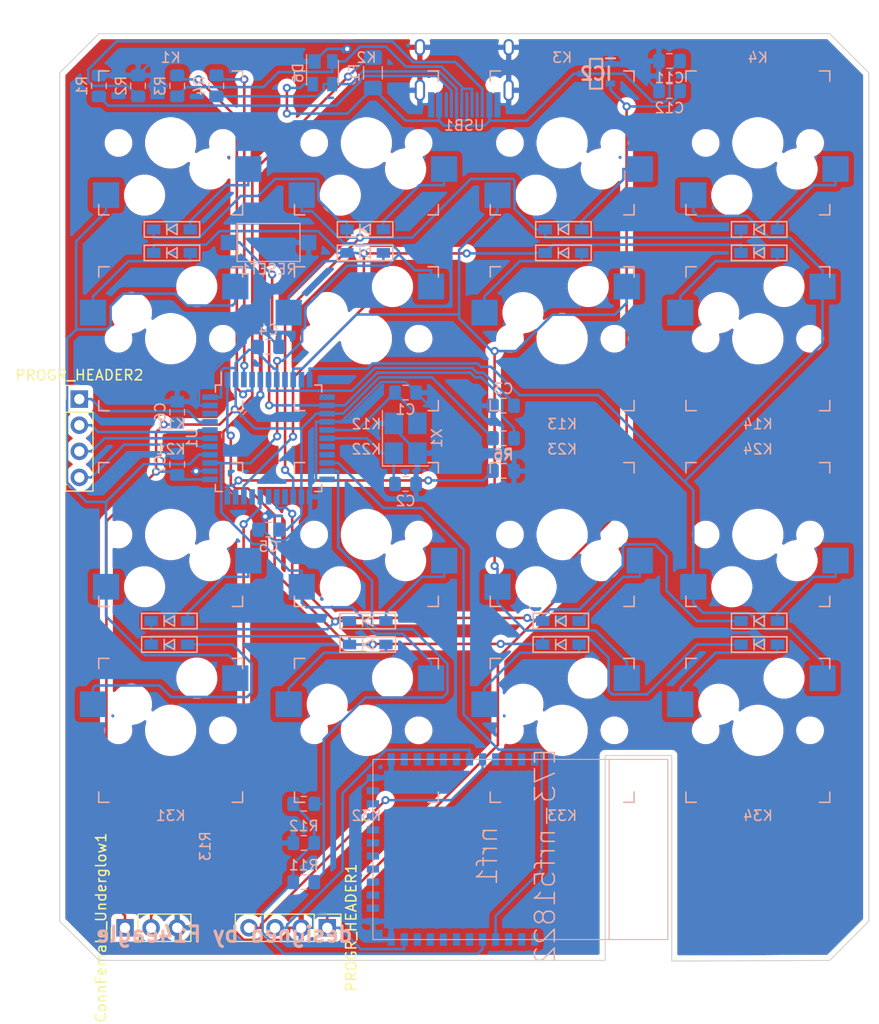
<source format=kicad_pcb>
(kicad_pcb (version 20171130) (host pcbnew "(5.1.2)-2")
  (layers (0 F.Cu signal) (31 B.Cu signal) (34 B.Paste user) (35 F.Paste user) (36 B.SilkS user) (37 F.SilkS user) (38 B.Mask user) (39 F.Mask user) (44 Edge.Cuts user))
  (net 0 "")
  (net 1 "Net-(D1-Pad2)")
  (net 2 row0)
  (net 3 "Net-(D2-Pad2)")
  (net 4 "Net-(D3-Pad2)")
  (net 5 "Net-(D4-Pad2)")
  (net 6 "Net-(D11-Pad2)")
  (net 7 row1)
  (net 8 "Net-(D12-Pad2)")
  (net 9 "Net-(D13-Pad2)")
  (net 10 "Net-(D14-Pad2)")
  (net 11 "Net-(D21-Pad2)")
  (net 12 row2)
  (net 13 "Net-(D22-Pad2)")
  (net 14 "Net-(D23-Pad2)")
  (net 15 "Net-(D24-Pad2)")
  (net 16 "Net-(D31-Pad2)")
  (net 17 row3)
  (net 18 "Net-(D32-Pad2)")
  (net 19 "Net-(D33-Pad2)")
  (net 20 "Net-(D34-Pad2)")
  (net 21 row4)
  (net 22 col0)
  (net 23 col1)
  (net 24 col2)
  (net 25 col3)
  (net 26 col4)
  (net 27 GND)
  (net 28 RXI)
  (net 29 TXO)
  (net 30 SWCLK)
  (net 31 SWDIO)
  (net 32 VCC)
  (net 33 TXODIV)
  (net 34 RGB_DATA)
  (net 35 "Net-(U1-Pad19)")
  (net 36 "Net-(USB1-Pad3)")
  (net 37 "Net-(USB1-Pad9)")
  (net 38 +5V)
  (net 39 "Net-(D6-Pad3)")
  (net 40 "Net-(D6-Pad2)")
  (net 41 +3.3V)
  (net 42 "Net-(R5-Pad2)")
  (net 43 "Net-(U1-Pad42)")
  (net 44 "Net-(R6-Pad2)")
  (net 45 "Net-(U1-Pad32)")
  (net 46 "Net-(U1-Pad30)")
  (net 47 "Net-(U1-Pad26)")
  (net 48 "Net-(U1-Pad22)")
  (net 49 "Net-(U1-Pad18)")
  (net 50 "Net-(C2-Pad1)")
  (net 51 "Net-(C1-Pad1)")
  (net 52 "Net-(U1-Pad12)")
  (net 53 "Net-(U1-Pad8)")
  (net 54 "Net-(C3-Pad1)")
  (net 55 D+)
  (net 56 D-)
  (net 57 "Net-(R2-Pad2)")
  (net 58 "Net-(R1-Pad2)")
  (net 59 "Net-(nrf1-Pad10)")
  (net 60 "Net-(nrf1-Pad9)")
  (net 61 "Net-(nrf1-Pad8)")
  (net 62 "Net-(nrf1-Pad7)")
  (net 63 "Net-(nrf1-Pad6)")
  (net 64 "Net-(nrf1-Pad3)")
  (net 65 "Net-(nrf1-Pad2)")
  (net 66 "Net-(nrf1-Pad36)")
  (net 67 "Net-(nrf1-Pad35)")
  (net 68 "Net-(nrf1-Pad34)")
  (net 69 "Net-(nrf1-Pad33)")
  (net 70 "Net-(nrf1-Pad30)")
  (net 71 "Net-(nrf1-Pad29)")
  (net 72 "Net-(nrf1-Pad28)")
  (net 73 "Net-(nrf1-Pad27)")
  (net 74 "Net-(nrf1-Pad26)")
  (net 75 "Net-(nrf1-Pad23)")
  (net 76 "Net-(nrf1-Pad22)")
  (net 77 "Net-(nrf1-Pad21)")
  (net 78 "Net-(nrf1-Pad20)")
  (net 79 "Net-(nrf1-Pad19)")
  (net 80 "Net-(nrf1-Pad18)")
  (net 81 "Net-(nrf1-Pad17)")
  (net 82 "Net-(nrf1-Pad16)")
  (net 83 "Net-(nrf1-Pad15)")
  (net 84 "Net-(nrf1-Pad14)")
  (net 85 "Net-(nrf1-Pad1)")
  (net 86 POF5)
  (net 87 POF4)
  (net 88 POF1)
  (net 89 POF0)
  (module XC6206P332MR:SOT95P280X130-3N (layer B.Cu) (at 127.127 62.3252 180)
    (fp_text reference IC2 (at 0 0) (layer B.SilkS) (effects (font (size 1.27 1.27) (thickness 0.254)) (justify mirror)))
    (fp_text value XC6206P332MR hide)
    (pad 3 smd rect (at 1.4 0 90) (size 0.6 0.9) (layers B.Cu B.Paste B.Mask) (net 32 VCC))
    (pad 2 smd rect (at -1.4 -0.95 90) (size 0.6 0.9) (layers B.Cu B.Paste B.Mask) (net 41 +3.3V))
    (pad 1 smd rect (at -1.4 0.95 90) (size 0.6 0.9) (layers B.Cu B.Paste B.Mask) (net 27 GND))
  )
  (module Capacitor_SMD:C_0805_2012Metric_Pad1.15x1.40mm_HandSolder (layer B.Cu) (at 134.271 64.008)
    (fp_text reference C12 (at 0 1.65) (layer B.SilkS) (effects (justify mirror)))
    (fp_text value 1uF)
    (pad 2 smd roundrect (at 1.025 0) (size 1.15 1.4) (layers B.Cu B.Paste B.Mask) (roundrect_rratio 0.217391) (net 41 +3.3V))
    (pad 1 smd roundrect (at -1.025 0) (size 1.15 1.4) (layers B.Cu B.Paste B.Mask) (roundrect_rratio 0.217391) (net 27 GND))
  )
  (module Capacitor_SMD:C_0805_2012Metric_Pad1.15x1.40mm_HandSolder (layer B.Cu) (at 134.271 61.087)
    (fp_text reference C11 (at 0 1.65) (layer B.SilkS) (effects (justify mirror)))
    (fp_text value 1uF)
    (pad 2 smd roundrect (at 1.025 0) (size 1.15 1.4) (layers B.Cu B.Paste B.Mask) (roundrect_rratio 0.217391) (net 32 VCC))
    (pad 1 smd roundrect (at -1.025 0) (size 1.15 1.4) (layers B.Cu B.Paste B.Mask) (roundrect_rratio 0.217391) (net 27 GND))
  )
  (module pcb:D3_SMD_Front (layer B.Cu) (at 143.002 117.856)
    (fp_text reference D34 hide)
    (fp_text value D hide)
    (pad 2 smd rect (at 1.775 0) (size 1.3 0.95) (layers B.Cu B.Paste B.Mask) (net 20 "Net-(D34-Pad2)"))
    (pad 1 smd rect (at -1.775 0) (size 1.3 0.95) (layers B.Cu B.Paste B.Mask) (net 17 row3))
  )
  (module pcb:D3_SMD_Front (layer B.Cu) (at 123.698 117.856)
    (fp_text reference D33 hide)
    (fp_text value D hide)
    (pad 2 smd rect (at 1.775 0) (size 1.3 0.95) (layers B.Cu B.Paste B.Mask) (net 19 "Net-(D33-Pad2)"))
    (pad 1 smd rect (at -1.775 0) (size 1.3 0.95) (layers B.Cu B.Paste B.Mask) (net 17 row3))
  )
  (module pcb:D3_SMD_Front (layer B.Cu) (at 104.902 117.856)
    (fp_text reference D32 hide)
    (fp_text value D hide)
    (pad 2 smd rect (at 1.775 0) (size 1.3 0.95) (layers B.Cu B.Paste B.Mask) (net 18 "Net-(D32-Pad2)"))
    (pad 1 smd rect (at -1.775 0) (size 1.3 0.95) (layers B.Cu B.Paste B.Mask) (net 17 row3))
  )
  (module pcb:D3_SMD_Front (layer B.Cu) (at 85.598 117.856)
    (fp_text reference D31 hide)
    (fp_text value D hide)
    (pad 2 smd rect (at 1.775 0) (size 1.3 0.95) (layers B.Cu B.Paste B.Mask) (net 16 "Net-(D31-Pad2)"))
    (pad 1 smd rect (at -1.775 0) (size 1.3 0.95) (layers B.Cu B.Paste B.Mask) (net 17 row3))
  )
  (module pcb:D3_SMD_Front (layer B.Cu) (at 143.002 115.57)
    (fp_text reference D24 hide)
    (fp_text value D hide)
    (pad 2 smd rect (at 1.775 0) (size 1.3 0.95) (layers B.Cu B.Paste B.Mask) (net 15 "Net-(D24-Pad2)"))
    (pad 1 smd rect (at -1.775 0) (size 1.3 0.95) (layers B.Cu B.Paste B.Mask) (net 12 row2))
  )
  (module pcb:D3_SMD_Front (layer B.Cu) (at 123.698 115.57)
    (fp_text reference D23 hide)
    (fp_text value D hide)
    (pad 2 smd rect (at 1.775 0) (size 1.3 0.95) (layers B.Cu B.Paste B.Mask) (net 14 "Net-(D23-Pad2)"))
    (pad 1 smd rect (at -1.775 0) (size 1.3 0.95) (layers B.Cu B.Paste B.Mask) (net 12 row2))
  )
  (module pcb:D3_SMD_Front (layer B.Cu) (at 104.902 115.57)
    (fp_text reference D22 hide)
    (fp_text value D hide)
    (pad 2 smd rect (at 1.775 0) (size 1.3 0.95) (layers B.Cu B.Paste B.Mask) (net 13 "Net-(D22-Pad2)"))
    (pad 1 smd rect (at -1.775 0) (size 1.3 0.95) (layers B.Cu B.Paste B.Mask) (net 12 row2))
  )
  (module pcb:D3_SMD_Front (layer B.Cu) (at 85.598 115.57)
    (fp_text reference D21 hide)
    (fp_text value D hide)
    (pad 2 smd rect (at 1.775 0) (size 1.3 0.95) (layers B.Cu B.Paste B.Mask) (net 11 "Net-(D21-Pad2)"))
    (pad 1 smd rect (at -1.775 0) (size 1.3 0.95) (layers B.Cu B.Paste B.Mask) (net 12 row2))
  )
  (module pcb:D3_SMD_Front (layer B.Cu) (at 143.002 79.756)
    (fp_text reference D14 hide)
    (fp_text value D hide)
    (pad 2 smd rect (at 1.775 0) (size 1.3 0.95) (layers B.Cu B.Paste B.Mask) (net 10 "Net-(D14-Pad2)"))
    (pad 1 smd rect (at -1.775 0) (size 1.3 0.95) (layers B.Cu B.Paste B.Mask) (net 7 row1))
  )
  (module pcb:D3_SMD_Front (layer B.Cu) (at 123.952 79.756)
    (fp_text reference D13 hide)
    (fp_text value D hide)
    (pad 2 smd rect (at 1.775 0) (size 1.3 0.95) (layers B.Cu B.Paste B.Mask) (net 9 "Net-(D13-Pad2)"))
    (pad 1 smd rect (at -1.775 0) (size 1.3 0.95) (layers B.Cu B.Paste B.Mask) (net 7 row1))
  )
  (module pcb:D3_SMD_Front (layer B.Cu) (at 104.648 79.756)
    (fp_text reference D12 hide)
    (fp_text value D hide)
    (pad 2 smd rect (at 1.775 0) (size 1.3 0.95) (layers B.Cu B.Paste B.Mask) (net 8 "Net-(D12-Pad2)"))
    (pad 1 smd rect (at -1.775 0) (size 1.3 0.95) (layers B.Cu B.Paste B.Mask) (net 7 row1))
  )
  (module pcb:D3_SMD_Front (layer B.Cu) (at 85.852 79.756)
    (fp_text reference D11 hide)
    (fp_text value D hide)
    (pad 2 smd rect (at 1.775 0) (size 1.3 0.95) (layers B.Cu B.Paste B.Mask) (net 6 "Net-(D11-Pad2)"))
    (pad 1 smd rect (at -1.775 0) (size 1.3 0.95) (layers B.Cu B.Paste B.Mask) (net 7 row1))
  )
  (module pcb:D3_SMD_Front (layer B.Cu) (at 143.002 77.47)
    (fp_text reference D4 hide)
    (fp_text value D hide)
    (pad 2 smd rect (at 1.775 0) (size 1.3 0.95) (layers B.Cu B.Paste B.Mask) (net 5 "Net-(D4-Pad2)"))
    (pad 1 smd rect (at -1.775 0) (size 1.3 0.95) (layers B.Cu B.Paste B.Mask) (net 2 row0))
  )
  (module pcb:D3_SMD_Front (layer B.Cu) (at 123.952 77.47)
    (fp_text reference D3 hide)
    (fp_text value D hide)
    (pad 2 smd rect (at 1.775 0) (size 1.3 0.95) (layers B.Cu B.Paste B.Mask) (net 4 "Net-(D3-Pad2)"))
    (pad 1 smd rect (at -1.775 0) (size 1.3 0.95) (layers B.Cu B.Paste B.Mask) (net 2 row0))
  )
  (module pcb:D3_SMD_Front (layer B.Cu) (at 104.648 77.47)
    (fp_text reference D2 hide)
    (fp_text value D hide)
    (pad 2 smd rect (at 1.775 0) (size 1.3 0.95) (layers B.Cu B.Paste B.Mask) (net 3 "Net-(D2-Pad2)"))
    (pad 1 smd rect (at -1.775 0) (size 1.3 0.95) (layers B.Cu B.Paste B.Mask) (net 2 row0))
  )
  (module pcb:D3_SMD_Front (layer B.Cu) (at 85.852 77.47)
    (fp_text reference D1 hide)
    (fp_text value D hide)
    (pad 2 smd rect (at 1.775 0) (size 1.3 0.95) (layers B.Cu B.Paste B.Mask) (net 1 "Net-(D1-Pad2)"))
    (pad 1 smd rect (at -1.775 0) (size 1.3 0.95) (layers B.Cu B.Paste B.Mask) (net 2 row0))
  )
  (module Connector_PinHeader_2.54mm:PinHeader_1x04_P2.54mm_Vertical (layer F.Cu) (at 76.835 93.98)
    (fp_text reference PROGR_HEADER2 (at 0 -2.33) (layer F.SilkS))
    (fp_text value Conn_01x04_Female)
    (pad 4 thru_hole oval (at 0 7.62) (size 1.7 1.7) (drill 1) (layers *.Cu *.Mask) (net 86 POF5))
    (pad 3 thru_hole oval (at 0 5.08) (size 1.7 1.7) (drill 1) (layers *.Cu *.Mask) (net 87 POF4))
    (pad 2 thru_hole oval (at 0 2.54) (size 1.7 1.7) (drill 1) (layers *.Cu *.Mask) (net 88 POF1))
    (pad 1 thru_hole rect (at 0 0) (size 1.7 1.7) (drill 1) (layers *.Cu *.Mask) (net 89 POF0))
  )
  (module wingxx-receiver:E73-nrf51822-Module (layer B.Cu) (at 105.41 139.7 90)
    (fp_text reference nrf1 (at 1.27 11.1252 90) (layer B.SilkS) (effects (font (size 1.9304 1.9304) (thickness 0.1524)) (justify mirror)))
    (fp_text value E73-nrf51822 (at 1.27 16.764 90) (layer B.SilkS) (effects (font (size 1.9304 1.9304) (thickness 0.1524)) (justify mirror)))
    (pad 12 smd rect (at -6.858 1.778) (size 0.6985 1.19888) (layers B.Cu B.Paste B.Mask) (net 27 GND))
    (pad 31 smd rect (at 10.668 9.398) (size 0.6985 1.19888) (layers B.Cu B.Paste B.Mask) (net 31 SWDIO))
    (pad 32 smd rect (at 10.668 10.668) (size 0.6985 1.19888) (layers B.Cu B.Paste B.Mask) (net 30 SWCLK))
    (pad 13 smd rect (at -5.08 0) (size 1.19888 0.6985) (layers B.Cu B.Paste B.Mask) (net 27 GND))
    (pad 10 smd rect (at -6.858 4.318) (size 0.6985 1.19888) (layers B.Cu B.Paste B.Mask) (net 59 "Net-(nrf1-Pad10)"))
    (pad 9 smd rect (at -6.858 5.588) (size 0.6985 1.19888) (layers B.Cu B.Paste B.Mask) (net 60 "Net-(nrf1-Pad9)"))
    (pad 8 smd rect (at -6.858 6.858) (size 0.6985 1.19888) (layers B.Cu B.Paste B.Mask) (net 61 "Net-(nrf1-Pad8)"))
    (pad 7 smd rect (at -6.858 8.128) (size 0.6985 1.19888) (layers B.Cu B.Paste B.Mask) (net 62 "Net-(nrf1-Pad7)"))
    (pad 6 smd rect (at -6.858 9.398) (size 0.6985 1.19888) (layers B.Cu B.Paste B.Mask) (net 63 "Net-(nrf1-Pad6)"))
    (pad 5 smd rect (at -6.858 10.668) (size 0.6985 1.19888) (layers B.Cu B.Paste B.Mask) (net 33 TXODIV))
    (pad 4 smd rect (at -6.858 11.938) (size 0.6985 1.19888) (layers B.Cu B.Paste B.Mask) (net 28 RXI))
    (pad 3 smd rect (at -6.858 13.208) (size 0.6985 1.19888) (layers B.Cu B.Paste B.Mask) (net 64 "Net-(nrf1-Pad3)"))
    (pad 2 smd rect (at -6.858 14.478) (size 0.6985 1.19888) (layers B.Cu B.Paste B.Mask) (net 65 "Net-(nrf1-Pad2)"))
    (pad 36 smd rect (at 10.668 15.748) (size 0.6985 1.19888) (layers B.Cu B.Paste B.Mask) (net 66 "Net-(nrf1-Pad36)"))
    (pad 35 smd rect (at 10.668 14.478) (size 0.6985 1.19888) (layers B.Cu B.Paste B.Mask) (net 67 "Net-(nrf1-Pad35)"))
    (pad 34 smd rect (at 10.668 13.208) (size 0.6985 1.19888) (layers B.Cu B.Paste B.Mask) (net 68 "Net-(nrf1-Pad34)"))
    (pad 33 smd rect (at 10.668 11.938) (size 0.6985 1.19888) (layers B.Cu B.Paste B.Mask) (net 69 "Net-(nrf1-Pad33)"))
    (pad 30 smd rect (at 10.668 8.128) (size 0.6985 1.19888) (layers B.Cu B.Paste B.Mask) (net 70 "Net-(nrf1-Pad30)"))
    (pad 29 smd rect (at 10.668 6.858) (size 0.6985 1.19888) (layers B.Cu B.Paste B.Mask) (net 71 "Net-(nrf1-Pad29)"))
    (pad 28 smd rect (at 10.668 5.588) (size 0.6985 1.19888) (layers B.Cu B.Paste B.Mask) (net 72 "Net-(nrf1-Pad28)"))
    (pad 27 smd rect (at 10.668 4.318) (size 0.6985 1.19888) (layers B.Cu B.Paste B.Mask) (net 73 "Net-(nrf1-Pad27)"))
    (pad 26 smd rect (at 10.668 3.048) (size 0.6985 1.19888) (layers B.Cu B.Paste B.Mask) (net 74 "Net-(nrf1-Pad26)"))
    (pad 25 smd rect (at 10.668 1.778) (size 0.6985 1.19888) (layers B.Cu B.Paste B.Mask) (net 27 GND))
    (pad 24 smd rect (at 8.89 0) (size 1.19888 0.6985) (layers B.Cu B.Paste B.Mask) (net 27 GND))
    (pad 23 smd rect (at 7.62 0) (size 1.19888 0.6985) (layers B.Cu B.Paste B.Mask) (net 75 "Net-(nrf1-Pad23)"))
    (pad 22 smd rect (at 6.35 0) (size 1.19888 0.6985) (layers B.Cu B.Paste B.Mask) (net 76 "Net-(nrf1-Pad22)"))
    (pad 21 smd rect (at 5.08 0) (size 1.19888 0.6985) (layers B.Cu B.Paste B.Mask) (net 77 "Net-(nrf1-Pad21)"))
    (pad 20 smd rect (at 3.81 0) (size 1.19888 0.6985) (layers B.Cu B.Paste B.Mask) (net 78 "Net-(nrf1-Pad20)"))
    (pad 19 smd rect (at 2.54 0) (size 1.19888 0.6985) (layers B.Cu B.Paste B.Mask) (net 79 "Net-(nrf1-Pad19)"))
    (pad 18 smd rect (at 1.27 0) (size 1.19888 0.6985) (layers B.Cu B.Paste B.Mask) (net 80 "Net-(nrf1-Pad18)"))
    (pad 17 smd rect (at 0 0) (size 1.19888 0.6985) (layers B.Cu B.Paste B.Mask) (net 81 "Net-(nrf1-Pad17)"))
    (pad 16 smd rect (at -1.27 0) (size 1.19888 0.6985) (layers B.Cu B.Paste B.Mask) (net 82 "Net-(nrf1-Pad16)"))
    (pad 15 smd rect (at -2.54 0) (size 1.19888 0.6985) (layers B.Cu B.Paste B.Mask) (net 83 "Net-(nrf1-Pad15)"))
    (pad 14 smd rect (at -3.81 0) (size 1.19888 0.6985) (layers B.Cu B.Paste B.Mask) (net 84 "Net-(nrf1-Pad14)"))
    (pad 1 smd rect (at -6.858 15.748) (size 0.6985 1.19888) (layers B.Cu B.Paste B.Mask) (net 85 "Net-(nrf1-Pad1)"))
    (pad 11 smd rect (at -6.858 3.048) (size 0.6985 1.19888) (layers B.Cu B.Paste B.Mask) (net 41 +3.3V))
  )
  (module Button_Switch_SMD:SW_SPST_CK_RS282G05A3 (layer B.Cu) (at 95.25 78.74)
    (fp_text reference RESET1 (at 0 2.6) (layer B.SilkS) (effects (justify mirror)))
    (fp_text value SW_SPST)
    (pad 2 smd rect (at 3.9 0) (size 1.5 1.5) (layers B.Cu B.Paste B.Mask) (net 27 GND))
    (pad 1 smd rect (at -3.9 0) (size 1.5 1.5) (layers B.Cu B.Paste B.Mask) (net 42 "Net-(R5-Pad2)"))
  )
  (module Crystal:Crystal_SMD_3225-4Pin_3.2x2.5mm_HandSoldering (layer B.Cu) (at 108.585 97.79 90)
    (fp_text reference X1 (at 0 3.05 270) (layer B.SilkS) (effects (justify mirror)))
    (fp_text value Crystal_GND24)
    (pad 4 smd rect (at -1.45 1.15 90) (size 2.1 1.8) (layers B.Cu B.Paste B.Mask) (net 27 GND))
    (pad 3 smd rect (at 1.45 1.15 90) (size 2.1 1.8) (layers B.Cu B.Paste B.Mask) (net 51 "Net-(C1-Pad1)"))
    (pad 2 smd rect (at 1.45 -1.15 90) (size 2.1 1.8) (layers B.Cu B.Paste B.Mask) (net 27 GND))
    (pad 1 smd rect (at -1.45 -1.15 90) (size 2.1 1.8) (layers B.Cu B.Paste B.Mask) (net 50 "Net-(C2-Pad1)"))
  )
  (module Fuse:Fuse_1206_3216Metric_Pad1.42x1.75mm_HandSolder (layer B.Cu) (at 105.41 62.23 270)
    (fp_text reference F1 (at 0 1.82 90) (layer B.SilkS) (effects (justify mirror)))
    (fp_text value MF-NSMF050-2)
    (pad 2 smd roundrect (at 1.4875 0 270) (size 1.425 1.75) (layers B.Cu B.Paste B.Mask) (roundrect_rratio 0.175439) (net 32 VCC))
    (pad 1 smd roundrect (at -1.4875 0 270) (size 1.425 1.75) (layers B.Cu B.Paste B.Mask) (roundrect_rratio 0.175439) (net 38 +5V))
  )
  (module Resistor_SMD:R_0805_2012Metric_Pad1.15x1.40mm_HandSolder (layer B.Cu) (at 118.11 100.965 180)
    (fp_text reference R6 (at 0 1.65) (layer B.SilkS) (effects (justify mirror)))
    (fp_text value 1K)
    (pad 2 smd roundrect (at 1.025 0 180) (size 1.15 1.4) (layers B.Cu B.Paste B.Mask) (roundrect_rratio 0.217391) (net 44 "Net-(R6-Pad2)"))
    (pad 1 smd roundrect (at -1.025 0 180) (size 1.15 1.4) (layers B.Cu B.Paste B.Mask) (roundrect_rratio 0.217391) (net 27 GND))
  )
  (module Resistor_SMD:R_0805_2012Metric_Pad1.15x1.40mm_HandSolder (layer B.Cu) (at 118.11 97.79)
    (fp_text reference R5 (at 0 1.65) (layer B.SilkS) (effects (justify mirror)))
    (fp_text value 10K)
    (pad 2 smd roundrect (at 1.025 0) (size 1.15 1.4) (layers B.Cu B.Paste B.Mask) (roundrect_rratio 0.217391) (net 42 "Net-(R5-Pad2)"))
    (pad 1 smd roundrect (at -1.025 0) (size 1.15 1.4) (layers B.Cu B.Paste B.Mask) (roundrect_rratio 0.217391) (net 38 +5V))
  )
  (module Resistor_SMD:R_0805_2012Metric_Pad1.15x1.40mm_HandSolder (layer B.Cu) (at 90.17 63.5 270)
    (fp_text reference R4 (at 0 1.65 270) (layer B.SilkS) (effects (justify mirror)))
    (fp_text value 22)
    (pad 2 smd roundrect (at 1.025 0 270) (size 1.15 1.4) (layers B.Cu B.Paste B.Mask) (roundrect_rratio 0.217391) (net 39 "Net-(D6-Pad3)"))
    (pad 1 smd roundrect (at -1.025 0 270) (size 1.15 1.4) (layers B.Cu B.Paste B.Mask) (roundrect_rratio 0.217391) (net 56 D-))
  )
  (module Resistor_SMD:R_0805_2012Metric_Pad1.15x1.40mm_HandSolder (layer B.Cu) (at 86.36 63.5 270)
    (fp_text reference R3 (at 0 1.65 270) (layer B.SilkS) (effects (justify mirror)))
    (fp_text value 22)
    (pad 2 smd roundrect (at 1.025 0 270) (size 1.15 1.4) (layers B.Cu B.Paste B.Mask) (roundrect_rratio 0.217391) (net 40 "Net-(D6-Pad2)"))
    (pad 1 smd roundrect (at -1.025 0 270) (size 1.15 1.4) (layers B.Cu B.Paste B.Mask) (roundrect_rratio 0.217391) (net 55 D+))
  )
  (module Resistor_SMD:R_0805_2012Metric_Pad1.15x1.40mm_HandSolder (layer B.Cu) (at 82.55 63.5 270)
    (fp_text reference R2 (at 0 1.65 270) (layer B.SilkS) (effects (justify mirror)))
    (fp_text value 5.1K)
    (pad 2 smd roundrect (at 1.025 0 270) (size 1.15 1.4) (layers B.Cu B.Paste B.Mask) (roundrect_rratio 0.217391) (net 57 "Net-(R2-Pad2)"))
    (pad 1 smd roundrect (at -1.025 0 270) (size 1.15 1.4) (layers B.Cu B.Paste B.Mask) (roundrect_rratio 0.217391) (net 27 GND))
  )
  (module Resistor_SMD:R_0805_2012Metric_Pad1.15x1.40mm_HandSolder (layer B.Cu) (at 78.74 63.5 270)
    (fp_text reference R1 (at 0 1.65 270) (layer B.SilkS) (effects (justify mirror)))
    (fp_text value 5.1K)
    (pad 2 smd roundrect (at 1.025 0 270) (size 1.15 1.4) (layers B.Cu B.Paste B.Mask) (roundrect_rratio 0.217391) (net 58 "Net-(R1-Pad2)"))
    (pad 1 smd roundrect (at -1.025 0 270) (size 1.15 1.4) (layers B.Cu B.Paste B.Mask) (roundrect_rratio 0.217391) (net 27 GND))
  )
  (module Capacitor_SMD:C_0805_2012Metric_Pad1.15x1.40mm_HandSolder (layer B.Cu) (at 86.36 100.33 270)
    (fp_text reference C7 (at 0 1.65 90) (layer B.SilkS) (effects (justify mirror)))
    (fp_text value 10uF)
    (pad 2 smd roundrect (at 1.025 0 270) (size 1.15 1.4) (layers B.Cu B.Paste B.Mask) (roundrect_rratio 0.217391) (net 38 +5V))
    (pad 1 smd roundrect (at -1.025 0 270) (size 1.15 1.4) (layers B.Cu B.Paste B.Mask) (roundrect_rratio 0.217391) (net 27 GND))
  )
  (module Capacitor_SMD:C_0805_2012Metric_Pad1.15x1.40mm_HandSolder (layer B.Cu) (at 86.36 95.25 270)
    (fp_text reference C6 (at 0 1.65 90) (layer B.SilkS) (effects (justify mirror)))
    (fp_text value 100nF)
    (pad 2 smd roundrect (at 1.025 0 270) (size 1.15 1.4) (layers B.Cu B.Paste B.Mask) (roundrect_rratio 0.217391) (net 38 +5V))
    (pad 1 smd roundrect (at -1.025 0 270) (size 1.15 1.4) (layers B.Cu B.Paste B.Mask) (roundrect_rratio 0.217391) (net 27 GND))
  )
  (module Capacitor_SMD:C_0805_2012Metric_Pad1.15x1.40mm_HandSolder (layer B.Cu) (at 95.25 106.68)
    (fp_text reference C5 (at 0 1.65) (layer B.SilkS) (effects (justify mirror)))
    (fp_text value 100nF)
    (pad 2 smd roundrect (at 1.025 0) (size 1.15 1.4) (layers B.Cu B.Paste B.Mask) (roundrect_rratio 0.217391) (net 38 +5V))
    (pad 1 smd roundrect (at -1.025 0) (size 1.15 1.4) (layers B.Cu B.Paste B.Mask) (roundrect_rratio 0.217391) (net 27 GND))
  )
  (module Capacitor_SMD:C_0805_2012Metric_Pad1.15x1.40mm_HandSolder (layer B.Cu) (at 95.25 88.9 180)
    (fp_text reference C4 (at 0 1.65) (layer B.SilkS) (effects (justify mirror)))
    (fp_text value 100nF)
    (pad 2 smd roundrect (at 1.025 0 180) (size 1.15 1.4) (layers B.Cu B.Paste B.Mask) (roundrect_rratio 0.217391) (net 38 +5V))
    (pad 1 smd roundrect (at -1.025 0 180) (size 1.15 1.4) (layers B.Cu B.Paste B.Mask) (roundrect_rratio 0.217391) (net 27 GND))
  )
  (module Capacitor_SMD:C_0805_2012Metric_Pad1.15x1.40mm_HandSolder (layer B.Cu) (at 118.11 94.615 180)
    (fp_text reference C3 (at 0 1.65) (layer B.SilkS) (effects (justify mirror)))
    (fp_text value 1uF)
    (pad 2 smd roundrect (at 1.025 0 180) (size 1.15 1.4) (layers B.Cu B.Paste B.Mask) (roundrect_rratio 0.217391) (net 27 GND))
    (pad 1 smd roundrect (at -1.025 0 180) (size 1.15 1.4) (layers B.Cu B.Paste B.Mask) (roundrect_rratio 0.217391) (net 54 "Net-(C3-Pad1)"))
  )
  (module Capacitor_SMD:C_0805_2012Metric_Pad1.15x1.40mm_HandSolder (layer B.Cu) (at 108.585 102.235)
    (fp_text reference C2 (at 0 1.65) (layer B.SilkS) (effects (justify mirror)))
    (fp_text value 22pF)
    (pad 2 smd roundrect (at 1.025 0) (size 1.15 1.4) (layers B.Cu B.Paste B.Mask) (roundrect_rratio 0.217391) (net 27 GND))
    (pad 1 smd roundrect (at -1.025 0) (size 1.15 1.4) (layers B.Cu B.Paste B.Mask) (roundrect_rratio 0.217391) (net 50 "Net-(C2-Pad1)"))
  )
  (module Capacitor_SMD:C_0805_2012Metric_Pad1.15x1.40mm_HandSolder (layer B.Cu) (at 108.585 93.345)
    (fp_text reference C1 (at 0 1.65) (layer B.SilkS) (effects (justify mirror)))
    (fp_text value 22pF)
    (pad 2 smd roundrect (at 1.025 0) (size 1.15 1.4) (layers B.Cu B.Paste B.Mask) (roundrect_rratio 0.217391) (net 27 GND))
    (pad 1 smd roundrect (at -1.025 0) (size 1.15 1.4) (layers B.Cu B.Paste B.Mask) (roundrect_rratio 0.217391) (net 51 "Net-(C1-Pad1)"))
  )
  (module Package_QFP:TQFP-44_10x10mm_P0.8mm (layer B.Cu) (at 95.25 97.79 270)
    (fp_text reference U1 (at 0 7.45 90) (layer B.SilkS) (effects (justify mirror)))
    (fp_text value ATmega32U4-AU)
    (pad 44 smd rect (at -4 5.7 180) (size 1.5 0.55) (layers B.Cu B.Paste B.Mask) (net 38 +5V))
    (pad 43 smd rect (at -3.2 5.7 180) (size 1.5 0.55) (layers B.Cu B.Paste B.Mask) (net 27 GND))
    (pad 42 smd rect (at -2.4 5.7 180) (size 1.5 0.55) (layers B.Cu B.Paste B.Mask) (net 43 "Net-(U1-Pad42)"))
    (pad 41 smd rect (at -1.6 5.7 180) (size 1.5 0.55) (layers B.Cu B.Paste B.Mask) (net 89 POF0))
    (pad 40 smd rect (at -0.8 5.7 180) (size 1.5 0.55) (layers B.Cu B.Paste B.Mask) (net 88 POF1))
    (pad 39 smd rect (at 0 5.7 180) (size 1.5 0.55) (layers B.Cu B.Paste B.Mask) (net 87 POF4))
    (pad 38 smd rect (at 0.8 5.7 180) (size 1.5 0.55) (layers B.Cu B.Paste B.Mask) (net 86 POF5))
    (pad 37 smd rect (at 1.6 5.7 180) (size 1.5 0.55) (layers B.Cu B.Paste B.Mask) (net 22 col0))
    (pad 36 smd rect (at 2.4 5.7 180) (size 1.5 0.55) (layers B.Cu B.Paste B.Mask) (net 23 col1))
    (pad 35 smd rect (at 3.2 5.7 180) (size 1.5 0.55) (layers B.Cu B.Paste B.Mask) (net 27 GND))
    (pad 34 smd rect (at 4 5.7 180) (size 1.5 0.55) (layers B.Cu B.Paste B.Mask) (net 38 +5V))
    (pad 33 smd rect (at 5.7 4 270) (size 1.5 0.55) (layers B.Cu B.Paste B.Mask) (net 44 "Net-(R6-Pad2)"))
    (pad 32 smd rect (at 5.7 3.2 270) (size 1.5 0.55) (layers B.Cu B.Paste B.Mask) (net 45 "Net-(U1-Pad32)"))
    (pad 31 smd rect (at 5.7 2.4 270) (size 1.5 0.55) (layers B.Cu B.Paste B.Mask) (net 7 row1))
    (pad 30 smd rect (at 5.7 1.6 270) (size 1.5 0.55) (layers B.Cu B.Paste B.Mask) (net 46 "Net-(U1-Pad30)"))
    (pad 29 smd rect (at 5.7 0.8 270) (size 1.5 0.55) (layers B.Cu B.Paste B.Mask) (net 34 RGB_DATA))
    (pad 28 smd rect (at 5.7 0 270) (size 1.5 0.55) (layers B.Cu B.Paste B.Mask) (net 21 row4))
    (pad 27 smd rect (at 5.7 -0.8 270) (size 1.5 0.55) (layers B.Cu B.Paste B.Mask) (net 12 row2))
    (pad 26 smd rect (at 5.7 -1.6 270) (size 1.5 0.55) (layers B.Cu B.Paste B.Mask) (net 47 "Net-(U1-Pad26)"))
    (pad 25 smd rect (at 5.7 -2.4 270) (size 1.5 0.55) (layers B.Cu B.Paste B.Mask) (net 2 row0))
    (pad 24 smd rect (at 5.7 -3.2 270) (size 1.5 0.55) (layers B.Cu B.Paste B.Mask) (net 38 +5V))
    (pad 23 smd rect (at 5.7 -4 270) (size 1.5 0.55) (layers B.Cu B.Paste B.Mask) (net 27 GND))
    (pad 22 smd rect (at 4 -5.7 180) (size 1.5 0.55) (layers B.Cu B.Paste B.Mask) (net 48 "Net-(U1-Pad22)"))
    (pad 21 smd rect (at 3.2 -5.7 180) (size 1.5 0.55) (layers B.Cu B.Paste B.Mask) (net 29 TXO))
    (pad 20 smd rect (at 2.4 -5.7 180) (size 1.5 0.55) (layers B.Cu B.Paste B.Mask) (net 28 RXI))
    (pad 19 smd rect (at 1.6 -5.7 180) (size 1.5 0.55) (layers B.Cu B.Paste B.Mask) (net 35 "Net-(U1-Pad19)"))
    (pad 18 smd rect (at 0.8 -5.7 180) (size 1.5 0.55) (layers B.Cu B.Paste B.Mask) (net 49 "Net-(U1-Pad18)"))
    (pad 17 smd rect (at 0 -5.7 180) (size 1.5 0.55) (layers B.Cu B.Paste B.Mask) (net 50 "Net-(C2-Pad1)"))
    (pad 16 smd rect (at -0.8 -5.7 180) (size 1.5 0.55) (layers B.Cu B.Paste B.Mask) (net 51 "Net-(C1-Pad1)"))
    (pad 15 smd rect (at -1.6 -5.7 180) (size 1.5 0.55) (layers B.Cu B.Paste B.Mask) (net 27 GND))
    (pad 14 smd rect (at -2.4 -5.7 180) (size 1.5 0.55) (layers B.Cu B.Paste B.Mask) (net 38 +5V))
    (pad 13 smd rect (at -3.2 -5.7 180) (size 1.5 0.55) (layers B.Cu B.Paste B.Mask) (net 42 "Net-(R5-Pad2)"))
    (pad 12 smd rect (at -4 -5.7 180) (size 1.5 0.55) (layers B.Cu B.Paste B.Mask) (net 52 "Net-(U1-Pad12)"))
    (pad 11 smd rect (at -5.7 -4 270) (size 1.5 0.55) (layers B.Cu B.Paste B.Mask) (net 25 col3))
    (pad 10 smd rect (at -5.7 -3.2 270) (size 1.5 0.55) (layers B.Cu B.Paste B.Mask) (net 26 col4))
    (pad 9 smd rect (at -5.7 -2.4 270) (size 1.5 0.55) (layers B.Cu B.Paste B.Mask) (net 24 col2))
    (pad 8 smd rect (at -5.7 -1.6 270) (size 1.5 0.55) (layers B.Cu B.Paste B.Mask) (net 53 "Net-(U1-Pad8)"))
    (pad 7 smd rect (at -5.7 -0.8 270) (size 1.5 0.55) (layers B.Cu B.Paste B.Mask) (net 38 +5V))
    (pad 6 smd rect (at -5.7 0 270) (size 1.5 0.55) (layers B.Cu B.Paste B.Mask) (net 54 "Net-(C3-Pad1)"))
    (pad 5 smd rect (at -5.7 0.8 270) (size 1.5 0.55) (layers B.Cu B.Paste B.Mask) (net 27 GND))
    (pad 4 smd rect (at -5.7 1.6 270) (size 1.5 0.55) (layers B.Cu B.Paste B.Mask) (net 55 D+))
    (pad 3 smd rect (at -5.7 2.4 270) (size 1.5 0.55) (layers B.Cu B.Paste B.Mask) (net 56 D-))
    (pad 2 smd rect (at -5.7 3.2 270) (size 1.5 0.55) (layers B.Cu B.Paste B.Mask) (net 38 +5V))
    (pad 1 smd rect (at -5.7 4 270) (size 1.5 0.55) (layers B.Cu B.Paste B.Mask) (net 17 row3))
  )
  (module Package_TO_SOT_SMD:SOT-143 (layer B.Cu) (at 100.5 62.23 270)
    (fp_text reference D6 (at 0.02 2.38 90) (layer B.SilkS) (effects (justify mirror)))
    (fp_text value PRTR5V0U2X)
    (pad 4 smd rect (at 1.1 0.95) (size 1 1.4) (layers B.Cu B.Paste B.Mask) (net 32 VCC))
    (pad 3 smd rect (at 1.1 -0.95) (size 1 1.4) (layers B.Cu B.Paste B.Mask) (net 39 "Net-(D6-Pad3)"))
    (pad 2 smd rect (at -1.1 -0.95) (size 1 1.4) (layers B.Cu B.Paste B.Mask) (net 40 "Net-(D6-Pad2)"))
    (pad 1 smd rect (at -1.1 0.77) (size 1.2 1.4) (layers B.Cu B.Paste B.Mask) (net 27 GND))
  )
  (module Type-C:HRO-TYPE-C-31-M-12-HandSoldering (layer B.Cu) (at 114.3 57.15)
    (fp_text reference USB1 (at 0 10.2) (layer B.SilkS) (effects (justify mirror)))
    (fp_text value HRO-TYPE-C-31-M-12)
    (pad 12 smd rect (at 3.225 8.195) (size 0.6 2.45) (layers B.Cu B.Paste B.Mask) (net 27 GND))
    (pad 1 smd rect (at -3.225 8.195) (size 0.6 2.45) (layers B.Cu B.Paste B.Mask) (net 27 GND))
    (pad 11 smd rect (at 2.45 8.195) (size 0.6 2.45) (layers B.Cu B.Paste B.Mask) (net 32 VCC))
    (pad 2 smd rect (at -2.45 8.195) (size 0.6 2.45) (layers B.Cu B.Paste B.Mask) (net 32 VCC))
    (pad 3 smd rect (at -1.75 8.195) (size 0.3 2.45) (layers B.Cu B.Paste B.Mask) (net 36 "Net-(USB1-Pad3)"))
    (pad 10 smd rect (at 1.75 8.195) (size 0.3 2.45) (layers B.Cu B.Paste B.Mask) (net 57 "Net-(R2-Pad2)"))
    (pad 4 smd rect (at -1.25 8.195) (size 0.3 2.45) (layers B.Cu B.Paste B.Mask) (net 58 "Net-(R1-Pad2)"))
    (pad 9 smd rect (at 1.25 8.195) (size 0.3 2.45) (layers B.Cu B.Paste B.Mask) (net 37 "Net-(USB1-Pad9)"))
    (pad 5 smd rect (at -0.75 8.195) (size 0.3 2.45) (layers B.Cu B.Paste B.Mask) (net 39 "Net-(D6-Pad3)"))
    (pad 8 smd rect (at 0.75 8.195) (size 0.3 2.45) (layers B.Cu B.Paste B.Mask) (net 40 "Net-(D6-Pad2)"))
    (pad 7 smd rect (at 0.25 8.195) (size 0.3 2.45) (layers B.Cu B.Paste B.Mask) (net 39 "Net-(D6-Pad3)"))
    (pad 6 smd rect (at -0.25 8.195) (size 0.3 2.45) (layers B.Cu B.Paste B.Mask) (net 40 "Net-(D6-Pad2)"))
    (pad "" np_thru_hole circle (at 2.89 6.25) (size 0.65 0.65) (drill 0.65) (layers *.Cu *.Mask))
    (pad "" np_thru_hole circle (at -2.89 6.25) (size 0.65 0.65) (drill 0.65) (layers *.Cu *.Mask))
    (pad 13 thru_hole oval (at -4.32 6.78) (size 1 2.1) (drill oval 0.6 1.7) (layers *.Cu F.Mask) (net 27 GND))
    (pad 13 thru_hole oval (at 4.32 6.78) (size 1 2.1) (drill oval 0.6 1.7) (layers *.Cu F.Mask) (net 27 GND))
    (pad 13 thru_hole oval (at -4.32 2.6) (size 1 1.6) (drill oval 0.6 1.2) (layers *.Cu F.Mask) (net 27 GND))
    (pad 13 thru_hole oval (at 4.32 2.6) (size 1 1.6) (drill oval 0.6 1.2) (layers *.Cu F.Mask) (net 27 GND))
  )
  (module Connector_PinHeader_2.54mm:PinHeader_1x03_P2.54mm_Vertical (layer F.Cu) (at 81.28 145.415 90)
    (fp_text reference ConnFemale_Underglow1 (at 0 -2.33 90) (layer F.SilkS))
    (fp_text value Conn_01x03_Female)
    (pad 3 thru_hole oval (at 0 5.08 90) (size 1.7 1.7) (drill 1) (layers *.Cu *.Mask) (net 27 GND))
    (pad 2 thru_hole oval (at 0 2.54 90) (size 1.7 1.7) (drill 1) (layers *.Cu *.Mask) (net 34 RGB_DATA))
    (pad 1 thru_hole rect (at 0 0 90) (size 1.7 1.7) (drill 1) (layers *.Cu *.Mask) (net 38 +5V))
  )
  (module Resistor_SMD:R_0805_2012Metric_Pad1.15x1.40mm_HandSolder (layer B.Cu) (at 98.679 133.35 180)
    (fp_text reference R13 (at 9.5875 -4.1275 270) (layer B.SilkS) (effects (justify mirror)))
    (fp_text value 1.5K)
    (pad 2 smd roundrect (at 1.025 0 180) (size 1.15 1.4) (layers B.Cu B.Paste B.Mask) (roundrect_rratio 0.217391) (net 33 TXODIV))
    (pad 1 smd roundrect (at -1.025 0 180) (size 1.15 1.4) (layers B.Cu B.Paste B.Mask) (roundrect_rratio 0.217391) (net 29 TXO))
  )
  (module Resistor_SMD:R_0805_2012Metric_Pad1.15x1.40mm_HandSolder (layer B.Cu) (at 98.679 137.16 180)
    (fp_text reference R12 (at 0 1.65) (layer B.SilkS) (effects (justify mirror)))
    (fp_text value 1.5K)
    (pad 2 smd roundrect (at 1.025 0 180) (size 1.15 1.4) (layers B.Cu B.Paste B.Mask) (roundrect_rratio 0.217391) (net 27 GND))
    (pad 1 smd roundrect (at -1.025 0 180) (size 1.15 1.4) (layers B.Cu B.Paste B.Mask) (roundrect_rratio 0.217391) (net 33 TXODIV))
  )
  (module Resistor_SMD:R_0805_2012Metric_Pad1.15x1.40mm_HandSolder (layer B.Cu) (at 98.679 140.97 180)
    (fp_text reference R11 (at 0 1.65) (layer B.SilkS) (effects (justify mirror)))
    (fp_text value 1.5K)
    (pad 2 smd roundrect (at 1.025 0 180) (size 1.15 1.4) (layers B.Cu B.Paste B.Mask) (roundrect_rratio 0.217391) (net 33 TXODIV))
    (pad 1 smd roundrect (at -1.025 0 180) (size 1.15 1.4) (layers B.Cu B.Paste B.Mask) (roundrect_rratio 0.217391) (net 29 TXO))
  )
  (module Connector_PinHeader_2.54mm:PinHeader_1x04_P2.54mm_Vertical (layer F.Cu) (at 100.965 145.415 270)
    (fp_text reference PROGR_HEADER1 (at 0 -2.33 90) (layer F.SilkS))
    (fp_text value Conn_01x04_Female)
    (pad 4 thru_hole oval (at 0 7.62 270) (size 1.7 1.7) (drill 1) (layers *.Cu *.Mask) (net 30 SWCLK))
    (pad 3 thru_hole oval (at 0 5.08 270) (size 1.7 1.7) (drill 1) (layers *.Cu *.Mask) (net 31 SWDIO))
    (pad 2 thru_hole oval (at 0 2.54 270) (size 1.7 1.7) (drill 1) (layers *.Cu *.Mask) (net 27 GND))
    (pad 1 thru_hole rect (at 0 0 270) (size 1.7 1.7) (drill 1) (layers *.Cu *.Mask) (net 41 +3.3V))
  )
  (module keyswitches:Kailh_socket (layer F.Cu) (at 142.875 126.206)
    (fp_text reference K34 (at 0 8.3) (layer B.SilkS) (effects (justify mirror)))
    (fp_text value KEYSW-redox_rev1-rescue)
    (pad 2 smd rect (at -7.56 -2.54) (size 2.55 2.5) (layers B.Cu B.Paste B.Mask) (net 20 "Net-(D34-Pad2)"))
    (pad "" np_thru_hole circle (at -5.08 0) (size 1.7018 1.7018) (drill 1.7018) (layers *.Cu *.Mask))
    (pad "" np_thru_hole circle (at 5.08 0) (size 1.7018 1.7018) (drill 1.7018) (layers *.Cu *.Mask))
    (pad "" np_thru_hole circle (at 0 0) (size 3.9878 3.9878) (drill 3.9878) (layers *.Cu *.Mask))
    (pad "" np_thru_hole circle (at -3.81 -2.54) (size 3 3) (drill 3) (layers *.Cu *.Mask))
    (pad "" np_thru_hole circle (at 2.54 -5.08) (size 3 3) (drill 3) (layers *.Cu *.Mask))
    (pad 1 smd rect (at 6.29 -5.08) (size 2.55 2.5) (layers B.Cu B.Paste B.Mask) (net 25 col3))
  )
  (module keyswitches:Kailh_socket (layer F.Cu) (at 123.825 126.206)
    (fp_text reference K33 (at 0 8.3) (layer B.SilkS) (effects (justify mirror)))
    (fp_text value KEYSW-redox_rev1-rescue)
    (pad 2 smd rect (at -7.56 -2.54) (size 2.55 2.5) (layers B.Cu B.Paste B.Mask) (net 19 "Net-(D33-Pad2)"))
    (pad "" np_thru_hole circle (at -5.08 0) (size 1.7018 1.7018) (drill 1.7018) (layers *.Cu *.Mask))
    (pad "" np_thru_hole circle (at 5.08 0) (size 1.7018 1.7018) (drill 1.7018) (layers *.Cu *.Mask))
    (pad "" np_thru_hole circle (at 0 0) (size 3.9878 3.9878) (drill 3.9878) (layers *.Cu *.Mask))
    (pad "" np_thru_hole circle (at -3.81 -2.54) (size 3 3) (drill 3) (layers *.Cu *.Mask))
    (pad "" np_thru_hole circle (at 2.54 -5.08) (size 3 3) (drill 3) (layers *.Cu *.Mask))
    (pad 1 smd rect (at 6.29 -5.08) (size 2.55 2.5) (layers B.Cu B.Paste B.Mask) (net 24 col2))
  )
  (module keyswitches:Kailh_socket (layer F.Cu) (at 104.775 126.206)
    (fp_text reference K32 (at 0 8.3) (layer B.SilkS) (effects (justify mirror)))
    (fp_text value KEYSW-redox_rev1-rescue)
    (pad 2 smd rect (at -7.56 -2.54) (size 2.55 2.5) (layers B.Cu B.Paste B.Mask) (net 18 "Net-(D32-Pad2)"))
    (pad "" np_thru_hole circle (at -5.08 0) (size 1.7018 1.7018) (drill 1.7018) (layers *.Cu *.Mask))
    (pad "" np_thru_hole circle (at 5.08 0) (size 1.7018 1.7018) (drill 1.7018) (layers *.Cu *.Mask))
    (pad "" np_thru_hole circle (at 0 0) (size 3.9878 3.9878) (drill 3.9878) (layers *.Cu *.Mask))
    (pad "" np_thru_hole circle (at -3.81 -2.54) (size 3 3) (drill 3) (layers *.Cu *.Mask))
    (pad "" np_thru_hole circle (at 2.54 -5.08) (size 3 3) (drill 3) (layers *.Cu *.Mask))
    (pad 1 smd rect (at 6.29 -5.08) (size 2.55 2.5) (layers B.Cu B.Paste B.Mask) (net 23 col1))
  )
  (module keyswitches:Kailh_socket (layer F.Cu) (at 85.725 126.206)
    (fp_text reference K31 (at 0 8.3) (layer B.SilkS) (effects (justify mirror)))
    (fp_text value KEYSW-redox_rev1-rescue)
    (pad 2 smd rect (at -7.56 -2.54) (size 2.55 2.5) (layers B.Cu B.Paste B.Mask) (net 16 "Net-(D31-Pad2)"))
    (pad "" np_thru_hole circle (at -5.08 0) (size 1.7018 1.7018) (drill 1.7018) (layers *.Cu *.Mask))
    (pad "" np_thru_hole circle (at 5.08 0) (size 1.7018 1.7018) (drill 1.7018) (layers *.Cu *.Mask))
    (pad "" np_thru_hole circle (at 0 0) (size 3.9878 3.9878) (drill 3.9878) (layers *.Cu *.Mask))
    (pad "" np_thru_hole circle (at -3.81 -2.54) (size 3 3) (drill 3) (layers *.Cu *.Mask))
    (pad "" np_thru_hole circle (at 2.54 -5.08) (size 3 3) (drill 3) (layers *.Cu *.Mask))
    (pad 1 smd rect (at 6.29 -5.08) (size 2.55 2.5) (layers B.Cu B.Paste B.Mask) (net 22 col0))
  )
  (module keyswitches:Kailh_socket (layer F.Cu) (at 142.875 107.156 180)
    (fp_text reference K24 (at 0 8.3) (layer B.SilkS) (effects (justify mirror)))
    (fp_text value KEYSW-redox_rev1-rescue)
    (pad 2 smd rect (at -7.56 -2.54 180) (size 2.55 2.5) (layers B.Cu B.Paste B.Mask) (net 15 "Net-(D24-Pad2)"))
    (pad "" np_thru_hole circle (at -5.08 0 180) (size 1.7018 1.7018) (drill 1.7018) (layers *.Cu *.Mask))
    (pad "" np_thru_hole circle (at 5.08 0 180) (size 1.7018 1.7018) (drill 1.7018) (layers *.Cu *.Mask))
    (pad "" np_thru_hole circle (at 0 0 180) (size 3.9878 3.9878) (drill 3.9878) (layers *.Cu *.Mask))
    (pad "" np_thru_hole circle (at -3.81 -2.54 180) (size 3 3) (drill 3) (layers *.Cu *.Mask))
    (pad "" np_thru_hole circle (at 2.54 -5.08 180) (size 3 3) (drill 3) (layers *.Cu *.Mask))
    (pad 1 smd rect (at 6.29 -5.08 180) (size 2.55 2.5) (layers B.Cu B.Paste B.Mask) (net 25 col3))
  )
  (module keyswitches:Kailh_socket (layer F.Cu) (at 123.825 107.156 180)
    (fp_text reference K23 (at 0 8.3) (layer B.SilkS) (effects (justify mirror)))
    (fp_text value KEYSW-redox_rev1-rescue)
    (pad 2 smd rect (at -7.56 -2.54 180) (size 2.55 2.5) (layers B.Cu B.Paste B.Mask) (net 14 "Net-(D23-Pad2)"))
    (pad "" np_thru_hole circle (at -5.08 0 180) (size 1.7018 1.7018) (drill 1.7018) (layers *.Cu *.Mask))
    (pad "" np_thru_hole circle (at 5.08 0 180) (size 1.7018 1.7018) (drill 1.7018) (layers *.Cu *.Mask))
    (pad "" np_thru_hole circle (at 0 0 180) (size 3.9878 3.9878) (drill 3.9878) (layers *.Cu *.Mask))
    (pad "" np_thru_hole circle (at -3.81 -2.54 180) (size 3 3) (drill 3) (layers *.Cu *.Mask))
    (pad "" np_thru_hole circle (at 2.54 -5.08 180) (size 3 3) (drill 3) (layers *.Cu *.Mask))
    (pad 1 smd rect (at 6.29 -5.08 180) (size 2.55 2.5) (layers B.Cu B.Paste B.Mask) (net 24 col2))
  )
  (module keyswitches:Kailh_socket (layer F.Cu) (at 104.775 107.156 180)
    (fp_text reference K22 (at 0 8.3) (layer B.SilkS) (effects (justify mirror)))
    (fp_text value KEYSW-redox_rev1-rescue)
    (pad 2 smd rect (at -7.56 -2.54 180) (size 2.55 2.5) (layers B.Cu B.Paste B.Mask) (net 13 "Net-(D22-Pad2)"))
    (pad "" np_thru_hole circle (at -5.08 0 180) (size 1.7018 1.7018) (drill 1.7018) (layers *.Cu *.Mask))
    (pad "" np_thru_hole circle (at 5.08 0 180) (size 1.7018 1.7018) (drill 1.7018) (layers *.Cu *.Mask))
    (pad "" np_thru_hole circle (at 0 0 180) (size 3.9878 3.9878) (drill 3.9878) (layers *.Cu *.Mask))
    (pad "" np_thru_hole circle (at -3.81 -2.54 180) (size 3 3) (drill 3) (layers *.Cu *.Mask))
    (pad "" np_thru_hole circle (at 2.54 -5.08 180) (size 3 3) (drill 3) (layers *.Cu *.Mask))
    (pad 1 smd rect (at 6.29 -5.08 180) (size 2.55 2.5) (layers B.Cu B.Paste B.Mask) (net 23 col1))
  )
  (module keyswitches:Kailh_socket (layer F.Cu) (at 85.725 107.156 180)
    (fp_text reference K21 (at 0 8.3) (layer B.SilkS) (effects (justify mirror)))
    (fp_text value KEYSW-redox_rev1-rescue)
    (pad 2 smd rect (at -7.56 -2.54 180) (size 2.55 2.5) (layers B.Cu B.Paste B.Mask) (net 11 "Net-(D21-Pad2)"))
    (pad "" np_thru_hole circle (at -5.08 0 180) (size 1.7018 1.7018) (drill 1.7018) (layers *.Cu *.Mask))
    (pad "" np_thru_hole circle (at 5.08 0 180) (size 1.7018 1.7018) (drill 1.7018) (layers *.Cu *.Mask))
    (pad "" np_thru_hole circle (at 0 0 180) (size 3.9878 3.9878) (drill 3.9878) (layers *.Cu *.Mask))
    (pad "" np_thru_hole circle (at -3.81 -2.54 180) (size 3 3) (drill 3) (layers *.Cu *.Mask))
    (pad "" np_thru_hole circle (at 2.54 -5.08 180) (size 3 3) (drill 3) (layers *.Cu *.Mask))
    (pad 1 smd rect (at 6.29 -5.08 180) (size 2.55 2.5) (layers B.Cu B.Paste B.Mask) (net 22 col0))
  )
  (module keyswitches:Kailh_socket (layer F.Cu) (at 142.875 88.1062)
    (fp_text reference K14 (at 0 8.3) (layer B.SilkS) (effects (justify mirror)))
    (fp_text value KEYSW-redox_rev1-rescue)
    (pad 2 smd rect (at -7.56 -2.54) (size 2.55 2.5) (layers B.Cu B.Paste B.Mask) (net 10 "Net-(D14-Pad2)"))
    (pad "" np_thru_hole circle (at -5.08 0) (size 1.7018 1.7018) (drill 1.7018) (layers *.Cu *.Mask))
    (pad "" np_thru_hole circle (at 5.08 0) (size 1.7018 1.7018) (drill 1.7018) (layers *.Cu *.Mask))
    (pad "" np_thru_hole circle (at 0 0) (size 3.9878 3.9878) (drill 3.9878) (layers *.Cu *.Mask))
    (pad "" np_thru_hole circle (at -3.81 -2.54) (size 3 3) (drill 3) (layers *.Cu *.Mask))
    (pad "" np_thru_hole circle (at 2.54 -5.08) (size 3 3) (drill 3) (layers *.Cu *.Mask))
    (pad 1 smd rect (at 6.29 -5.08) (size 2.55 2.5) (layers B.Cu B.Paste B.Mask) (net 25 col3))
  )
  (module keyswitches:Kailh_socket (layer F.Cu) (at 123.825 88.1062)
    (fp_text reference K13 (at 0 8.3) (layer B.SilkS) (effects (justify mirror)))
    (fp_text value KEYSW-redox_rev1-rescue)
    (pad 2 smd rect (at -7.56 -2.54) (size 2.55 2.5) (layers B.Cu B.Paste B.Mask) (net 9 "Net-(D13-Pad2)"))
    (pad "" np_thru_hole circle (at -5.08 0) (size 1.7018 1.7018) (drill 1.7018) (layers *.Cu *.Mask))
    (pad "" np_thru_hole circle (at 5.08 0) (size 1.7018 1.7018) (drill 1.7018) (layers *.Cu *.Mask))
    (pad "" np_thru_hole circle (at 0 0) (size 3.9878 3.9878) (drill 3.9878) (layers *.Cu *.Mask))
    (pad "" np_thru_hole circle (at -3.81 -2.54) (size 3 3) (drill 3) (layers *.Cu *.Mask))
    (pad "" np_thru_hole circle (at 2.54 -5.08) (size 3 3) (drill 3) (layers *.Cu *.Mask))
    (pad 1 smd rect (at 6.29 -5.08) (size 2.55 2.5) (layers B.Cu B.Paste B.Mask) (net 24 col2))
  )
  (module keyswitches:Kailh_socket (layer F.Cu) (at 104.775 88.1062)
    (fp_text reference K12 (at 0 8.3) (layer B.SilkS) (effects (justify mirror)))
    (fp_text value KEYSW-redox_rev1-rescue)
    (pad 2 smd rect (at -7.56 -2.54) (size 2.55 2.5) (layers B.Cu B.Paste B.Mask) (net 8 "Net-(D12-Pad2)"))
    (pad "" np_thru_hole circle (at -5.08 0) (size 1.7018 1.7018) (drill 1.7018) (layers *.Cu *.Mask))
    (pad "" np_thru_hole circle (at 5.08 0) (size 1.7018 1.7018) (drill 1.7018) (layers *.Cu *.Mask))
    (pad "" np_thru_hole circle (at 0 0) (size 3.9878 3.9878) (drill 3.9878) (layers *.Cu *.Mask))
    (pad "" np_thru_hole circle (at -3.81 -2.54) (size 3 3) (drill 3) (layers *.Cu *.Mask))
    (pad "" np_thru_hole circle (at 2.54 -5.08) (size 3 3) (drill 3) (layers *.Cu *.Mask))
    (pad 1 smd rect (at 6.29 -5.08) (size 2.55 2.5) (layers B.Cu B.Paste B.Mask) (net 23 col1))
  )
  (module keyswitches:Kailh_socket (layer F.Cu) (at 85.725 88.1062)
    (fp_text reference K11 (at 0 8.3) (layer B.SilkS) (effects (justify mirror)))
    (fp_text value KEYSW-redox_rev1-rescue)
    (pad 2 smd rect (at -7.56 -2.54) (size 2.55 2.5) (layers B.Cu B.Paste B.Mask) (net 6 "Net-(D11-Pad2)"))
    (pad "" np_thru_hole circle (at -5.08 0) (size 1.7018 1.7018) (drill 1.7018) (layers *.Cu *.Mask))
    (pad "" np_thru_hole circle (at 5.08 0) (size 1.7018 1.7018) (drill 1.7018) (layers *.Cu *.Mask))
    (pad "" np_thru_hole circle (at 0 0) (size 3.9878 3.9878) (drill 3.9878) (layers *.Cu *.Mask))
    (pad "" np_thru_hole circle (at -3.81 -2.54) (size 3 3) (drill 3) (layers *.Cu *.Mask))
    (pad "" np_thru_hole circle (at 2.54 -5.08) (size 3 3) (drill 3) (layers *.Cu *.Mask))
    (pad 1 smd rect (at 6.29 -5.08) (size 2.55 2.5) (layers B.Cu B.Paste B.Mask) (net 22 col0))
  )
  (module keyswitches:Kailh_socket (layer F.Cu) (at 142.875 69.0562 180)
    (fp_text reference K4 (at 0 8.3) (layer B.SilkS) (effects (justify mirror)))
    (fp_text value KEYSW-redox_rev1-rescue)
    (pad 2 smd rect (at -7.56 -2.54 180) (size 2.55 2.5) (layers B.Cu B.Paste B.Mask) (net 5 "Net-(D4-Pad2)"))
    (pad "" np_thru_hole circle (at -5.08 0 180) (size 1.7018 1.7018) (drill 1.7018) (layers *.Cu *.Mask))
    (pad "" np_thru_hole circle (at 5.08 0 180) (size 1.7018 1.7018) (drill 1.7018) (layers *.Cu *.Mask))
    (pad "" np_thru_hole circle (at 0 0 180) (size 3.9878 3.9878) (drill 3.9878) (layers *.Cu *.Mask))
    (pad "" np_thru_hole circle (at -3.81 -2.54 180) (size 3 3) (drill 3) (layers *.Cu *.Mask))
    (pad "" np_thru_hole circle (at 2.54 -5.08 180) (size 3 3) (drill 3) (layers *.Cu *.Mask))
    (pad 1 smd rect (at 6.29 -5.08 180) (size 2.55 2.5) (layers B.Cu B.Paste B.Mask) (net 25 col3))
  )
  (module keyswitches:Kailh_socket (layer F.Cu) (at 123.825 69.0562 180)
    (fp_text reference K3 (at 0 8.3) (layer B.SilkS) (effects (justify mirror)))
    (fp_text value KEYSW-redox_rev1-rescue)
    (pad 2 smd rect (at -7.56 -2.54 180) (size 2.55 2.5) (layers B.Cu B.Paste B.Mask) (net 4 "Net-(D3-Pad2)"))
    (pad "" np_thru_hole circle (at -5.08 0 180) (size 1.7018 1.7018) (drill 1.7018) (layers *.Cu *.Mask))
    (pad "" np_thru_hole circle (at 5.08 0 180) (size 1.7018 1.7018) (drill 1.7018) (layers *.Cu *.Mask))
    (pad "" np_thru_hole circle (at 0 0 180) (size 3.9878 3.9878) (drill 3.9878) (layers *.Cu *.Mask))
    (pad "" np_thru_hole circle (at -3.81 -2.54 180) (size 3 3) (drill 3) (layers *.Cu *.Mask))
    (pad "" np_thru_hole circle (at 2.54 -5.08 180) (size 3 3) (drill 3) (layers *.Cu *.Mask))
    (pad 1 smd rect (at 6.29 -5.08 180) (size 2.55 2.5) (layers B.Cu B.Paste B.Mask) (net 24 col2))
  )
  (module keyswitches:Kailh_socket (layer F.Cu) (at 104.775 69.0562 180)
    (fp_text reference K2 (at 0 8.3) (layer B.SilkS) (effects (justify mirror)))
    (fp_text value KEYSW-redox_rev1-rescue)
    (pad 2 smd rect (at -7.56 -2.54 180) (size 2.55 2.5) (layers B.Cu B.Paste B.Mask) (net 3 "Net-(D2-Pad2)"))
    (pad "" np_thru_hole circle (at -5.08 0 180) (size 1.7018 1.7018) (drill 1.7018) (layers *.Cu *.Mask))
    (pad "" np_thru_hole circle (at 5.08 0 180) (size 1.7018 1.7018) (drill 1.7018) (layers *.Cu *.Mask))
    (pad "" np_thru_hole circle (at 0 0 180) (size 3.9878 3.9878) (drill 3.9878) (layers *.Cu *.Mask))
    (pad "" np_thru_hole circle (at -3.81 -2.54 180) (size 3 3) (drill 3) (layers *.Cu *.Mask))
    (pad "" np_thru_hole circle (at 2.54 -5.08 180) (size 3 3) (drill 3) (layers *.Cu *.Mask))
    (pad 1 smd rect (at 6.29 -5.08 180) (size 2.55 2.5) (layers B.Cu B.Paste B.Mask) (net 23 col1))
  )
  (module keyswitches:Kailh_socket (layer F.Cu) (at 85.725 69.0562 180)
    (fp_text reference K1 (at 0 8.3) (layer B.SilkS) (effects (justify mirror)))
    (fp_text value KEYSW-redox_rev1-rescue)
    (pad 2 smd rect (at -7.56 -2.54 180) (size 2.55 2.5) (layers B.Cu B.Paste B.Mask) (net 1 "Net-(D1-Pad2)"))
    (pad "" np_thru_hole circle (at -5.08 0 180) (size 1.7018 1.7018) (drill 1.7018) (layers *.Cu *.Mask))
    (pad "" np_thru_hole circle (at 5.08 0 180) (size 1.7018 1.7018) (drill 1.7018) (layers *.Cu *.Mask))
    (pad "" np_thru_hole circle (at 0 0 180) (size 3.9878 3.9878) (drill 3.9878) (layers *.Cu *.Mask))
    (pad "" np_thru_hole circle (at -3.81 -2.54 180) (size 3 3) (drill 3) (layers *.Cu *.Mask))
    (pad "" np_thru_hole circle (at 2.54 -5.08 180) (size 3 3) (drill 3) (layers *.Cu *.Mask))
    (pad 1 smd rect (at 6.29 -5.08 180) (size 2.55 2.5) (layers B.Cu B.Paste B.Mask) (net 22 col0))
  )
  (gr_line (start 134.493 148.6535) (end 149.86 148.59) (layer Edge.Cuts) (width 0.1))
  (gr_line (start 134.493 128.651) (end 134.493 148.6535) (layer Edge.Cuts) (width 0.1))
  (gr_line (start 128.016 128.651) (end 134.493 128.651) (layer Edge.Cuts) (width 0.1))
  (gr_line (start 128.016 148.59) (end 128.016 128.651) (layer Edge.Cuts) (width 0.1))
  (gr_text "designed by F14eagle" (at 90.932 146.05) (layer B.SilkS) (effects (font (size 1.5 1.5) (thickness 0.3)) (justify mirror)))
  (gr_line (start 149.86 58.42) (end 153.67 62.23) (layer Edge.Cuts) (width 0.1))
  (gr_line (start 149.86 148.59) (end 153.67 144.78) (layer Edge.Cuts) (width 0.1))
  (gr_line (start 74.93 144.78) (end 78.74 148.59) (layer Edge.Cuts) (width 0.1))
  (gr_line (start 78.74 58.42) (end 74.93 62.23) (layer Edge.Cuts) (width 0.1))
  (gr_line (start 153.67 62.23) (end 153.67 144.78) (layer Edge.Cuts) (width 0.1))
  (gr_line (start 78.74 58.42) (end 149.86 58.42) (layer Edge.Cuts) (width 0.1))
  (gr_line (start 74.93 144.78) (end 74.93 62.23) (layer Edge.Cuts) (width 0.1))
  (gr_line (start 128.016 148.59) (end 78.74 148.59) (layer Edge.Cuts) (width 0.1))
  (segment (start 87.627 77.47) (end 87.627 76.6697) (width 0.25) (layer B.Cu) (net 1))
  (segment (start 93.285 71.5962) (end 93.285 73.1715) (width 0.25) (layer B.Cu) (net 1))
  (segment (start 93.285 73.1715) (end 91.1252 73.1715) (width 0.25) (layer B.Cu) (net 1))
  (segment (start 91.1252 73.1715) (end 87.627 76.6697) (width 0.25) (layer B.Cu) (net 1))
  (segment (start 96.86 100.8765) (end 96.86 85.5615) (width 0.25) (layer F.Cu) (net 2))
  (segment (start 96.86 85.5615) (end 104.1512 78.2703) (width 0.25) (layer F.Cu) (net 2))
  (segment (start 97.65 103.49) (end 97.65 101.6665) (width 0.25) (layer B.Cu) (net 2))
  (segment (start 97.65 101.6665) (end 96.86 100.8765) (width 0.25) (layer B.Cu) (net 2))
  (segment (start 102.873 77.47) (end 102.873 76.6697) (width 0.25) (layer B.Cu) (net 2))
  (segment (start 84.077 77.47) (end 84.077 78.2703) (width 0.25) (layer B.Cu) (net 2))
  (segment (start 84.077 78.2703) (end 88.4952 78.2703) (width 0.25) (layer B.Cu) (net 2))
  (segment (start 88.4952 78.2703) (end 92.5492 74.2163) (width 0.25) (layer B.Cu) (net 2))
  (segment (start 92.5492 74.2163) (end 94.2295 74.2163) (width 0.25) (layer B.Cu) (net 2))
  (segment (start 94.2295 74.2163) (end 95.885 72.5608) (width 0.25) (layer B.Cu) (net 2))
  (segment (start 95.885 72.5608) (end 99.9031 72.5608) (width 0.25) (layer B.Cu) (net 2))
  (segment (start 99.9031 72.5608) (end 100.0882 72.7459) (width 0.25) (layer B.Cu) (net 2))
  (segment (start 100.0882 72.7459) (end 100.0882 74.5852) (width 0.25) (layer B.Cu) (net 2))
  (segment (start 100.0882 74.5852) (end 102.1727 76.6697) (width 0.25) (layer B.Cu) (net 2))
  (segment (start 102.1727 76.6697) (end 102.873 76.6697) (width 0.25) (layer B.Cu) (net 2))
  (segment (start 104.1512 78.2703) (end 109.2255 78.2703) (width 0.25) (layer B.Cu) (net 2))
  (segment (start 109.2255 78.2703) (end 114.935 72.5608) (width 0.25) (layer B.Cu) (net 2))
  (segment (start 114.935 72.5608) (end 119.0299 72.5608) (width 0.25) (layer B.Cu) (net 2))
  (segment (start 119.0299 72.5608) (end 119.1912 72.7221) (width 0.25) (layer B.Cu) (net 2))
  (segment (start 119.1912 72.7221) (end 119.1912 75.4595) (width 0.25) (layer B.Cu) (net 2))
  (segment (start 119.1912 75.4595) (end 121.2017 77.47) (width 0.25) (layer B.Cu) (net 2))
  (segment (start 102.873 78.2703) (end 104.1512 78.2703) (width 0.25) (layer B.Cu) (net 2))
  (segment (start 102.873 77.47) (end 102.873 78.2703) (width 0.25) (layer B.Cu) (net 2))
  (segment (start 122.177 77.47) (end 121.2017 77.47) (width 0.25) (layer B.Cu) (net 2))
  (segment (start 122.177 77.47) (end 122.177 78.2703) (width 0.25) (layer B.Cu) (net 2))
  (segment (start 141.227 77.47) (end 141.227 78.2703) (width 0.25) (layer B.Cu) (net 2))
  (segment (start 141.227 78.2703) (end 122.177 78.2703) (width 0.25) (layer B.Cu) (net 2))
  (via (at 104.1512 78.2703) (size 0.8) (layers F.Cu B.Cu) (net 2))
  (via (at 96.86 100.8765) (size 0.8) (layers F.Cu B.Cu) (net 2))
  (segment (start 106.423 77.47) (end 106.423 76.6697) (width 0.25) (layer B.Cu) (net 3))
  (segment (start 112.335 71.5962) (end 112.335 73.1715) (width 0.25) (layer B.Cu) (net 3))
  (segment (start 112.335 73.1715) (end 109.9212 73.1715) (width 0.25) (layer B.Cu) (net 3))
  (segment (start 109.9212 73.1715) (end 106.423 76.6697) (width 0.25) (layer B.Cu) (net 3))
  (segment (start 125.727 77.47) (end 125.727 76.6697) (width 0.25) (layer B.Cu) (net 4))
  (segment (start 131.385 71.5962) (end 129.7847 71.5962) (width 0.25) (layer B.Cu) (net 4))
  (segment (start 129.7847 71.5962) (end 129.7847 72.612) (width 0.25) (layer B.Cu) (net 4))
  (segment (start 129.7847 72.612) (end 125.727 76.6697) (width 0.25) (layer B.Cu) (net 4))
  (segment (start 144.777 77.47) (end 144.777 76.6697) (width 0.25) (layer B.Cu) (net 5))
  (segment (start 150.435 71.5962) (end 150.435 73.1715) (width 0.25) (layer B.Cu) (net 5))
  (segment (start 150.435 73.1715) (end 148.2752 73.1715) (width 0.25) (layer B.Cu) (net 5))
  (segment (start 148.2752 73.1715) (end 144.777 76.6697) (width 0.25) (layer B.Cu) (net 5))
  (segment (start 87.627 79.756) (end 87.627 80.5563) (width 0.25) (layer B.Cu) (net 6))
  (segment (start 78.165 85.5662) (end 78.165 83.9909) (width 0.25) (layer B.Cu) (net 6))
  (segment (start 78.165 83.9909) (end 81.5996 80.5563) (width 0.25) (layer B.Cu) (net 6))
  (segment (start 81.5996 80.5563) (end 87.627 80.5563) (width 0.25) (layer B.Cu) (net 6))
  (segment (start 104.5272 79.8061) (end 114.5344 79.8061) (width 0.25) (layer F.Cu) (net 7))
  (segment (start 121.2017 79.756) (end 121.1516 79.8061) (width 0.25) (layer B.Cu) (net 7))
  (segment (start 121.1516 79.8061) (end 114.5344 79.8061) (width 0.25) (layer B.Cu) (net 7))
  (segment (start 104.5272 79.8061) (end 104.5272 85.028) (width 0.25) (layer F.Cu) (net 7))
  (segment (start 104.5272 85.028) (end 97.6319 91.9233) (width 0.25) (layer F.Cu) (net 7))
  (segment (start 97.6319 91.9233) (end 97.6319 97.6328) (width 0.25) (layer F.Cu) (net 7))
  (segment (start 97.6319 97.6328) (end 92.85 102.4147) (width 0.25) (layer B.Cu) (net 7))
  (segment (start 92.85 103.49) (end 92.85 102.4147) (width 0.25) (layer B.Cu) (net 7))
  (segment (start 141.227 79.756) (end 141.227 78.9557) (width 0.25) (layer B.Cu) (net 7))
  (segment (start 122.148 79.756) (end 122.9483 78.9557) (width 0.25) (layer B.Cu) (net 7))
  (segment (start 122.9483 78.9557) (end 141.227 78.9557) (width 0.25) (layer B.Cu) (net 7))
  (segment (start 122.177 79.756) (end 122.148 79.756) (width 0.25) (layer B.Cu) (net 7))
  (segment (start 121.6894 79.756) (end 121.2017 79.756) (width 0.25) (layer B.Cu) (net 7))
  (segment (start 121.6894 79.756) (end 122.148 79.756) (width 0.25) (layer B.Cu) (net 7))
  (segment (start 102.873 79.756) (end 103.8483 79.756) (width 0.25) (layer B.Cu) (net 7))
  (segment (start 103.8483 79.756) (end 103.8984 79.8061) (width 0.25) (layer B.Cu) (net 7))
  (segment (start 103.8984 79.8061) (end 104.5272 79.8061) (width 0.25) (layer B.Cu) (net 7))
  (segment (start 84.077 79.756) (end 84.077 78.9557) (width 0.25) (layer B.Cu) (net 7))
  (segment (start 102.873 79.756) (end 101.8977 79.756) (width 0.25) (layer B.Cu) (net 7))
  (segment (start 101.8977 79.756) (end 101.8977 79.4679) (width 0.25) (layer B.Cu) (net 7))
  (segment (start 101.8977 79.4679) (end 100.0674 77.6376) (width 0.25) (layer B.Cu) (net 7))
  (segment (start 100.0674 77.6376) (end 90.4891 77.6376) (width 0.25) (layer B.Cu) (net 7))
  (segment (start 90.4891 77.6376) (end 89.171 78.9557) (width 0.25) (layer B.Cu) (net 7))
  (segment (start 89.171 78.9557) (end 84.077 78.9557) (width 0.25) (layer B.Cu) (net 7))
  (via (at 97.6319 97.6328) (size 0.8) (layers F.Cu B.Cu) (net 7))
  (via (at 104.5272 79.8061) (size 0.8) (layers F.Cu B.Cu) (net 7))
  (via (at 114.5344 79.8061) (size 0.8) (layers F.Cu B.Cu) (net 7))
  (segment (start 97.215 83.9909) (end 100.6496 80.5563) (width 0.25) (layer B.Cu) (net 8))
  (segment (start 100.6496 80.5563) (end 106.423 80.5563) (width 0.25) (layer B.Cu) (net 8))
  (segment (start 106.423 79.756) (end 106.423 80.5563) (width 0.25) (layer B.Cu) (net 8))
  (segment (start 97.215 85.5662) (end 97.215 83.9909) (width 0.25) (layer B.Cu) (net 8))
  (segment (start 116.265 83.9909) (end 119.6996 80.5563) (width 0.25) (layer B.Cu) (net 9))
  (segment (start 119.6996 80.5563) (end 125.727 80.5563) (width 0.25) (layer B.Cu) (net 9))
  (segment (start 125.727 79.756) (end 125.727 80.5563) (width 0.25) (layer B.Cu) (net 9))
  (segment (start 116.265 85.5662) (end 116.265 83.9909) (width 0.25) (layer B.Cu) (net 9))
  (segment (start 144.777 79.756) (end 144.777 80.5563) (width 0.25) (layer B.Cu) (net 10))
  (segment (start 135.315 85.5662) (end 135.315 83.9909) (width 0.25) (layer B.Cu) (net 10))
  (segment (start 135.315 83.9909) (end 138.7496 80.5563) (width 0.25) (layer B.Cu) (net 10))
  (segment (start 138.7496 80.5563) (end 144.777 80.5563) (width 0.25) (layer B.Cu) (net 10))
  (segment (start 87.373 115.57) (end 87.373 114.7697) (width 0.25) (layer B.Cu) (net 11))
  (segment (start 93.285 109.696) (end 93.285 111.2713) (width 0.25) (layer B.Cu) (net 11))
  (segment (start 93.285 111.2713) (end 90.8714 111.2713) (width 0.25) (layer B.Cu) (net 11))
  (segment (start 90.8714 111.2713) (end 87.373 114.7697) (width 0.25) (layer B.Cu) (net 11))
  (segment (start 120.424 115.2705) (end 102.0827 115.2705) (width 0.25) (layer F.Cu) (net 12))
  (segment (start 102.0827 115.2705) (end 101.736 115.6172) (width 0.25) (layer F.Cu) (net 12))
  (segment (start 120.424 115.2705) (end 120.628 115.4745) (width 0.25) (layer B.Cu) (net 12))
  (segment (start 120.628 115.4745) (end 121.923 115.4745) (width 0.25) (layer B.Cu) (net 12))
  (segment (start 97.5561 105.1361) (end 97.5561 111.4373) (width 0.25) (layer F.Cu) (net 12))
  (segment (start 97.5561 111.4373) (end 101.736 115.6172) (width 0.25) (layer F.Cu) (net 12))
  (segment (start 121.923 115.4745) (end 121.923 115.1698) (width 0.25) (layer B.Cu) (net 12))
  (segment (start 121.923 115.57) (end 121.923 115.4745) (width 0.25) (layer B.Cu) (net 12))
  (segment (start 96.05 103.49) (end 96.05 104.5653) (width 0.25) (layer B.Cu) (net 12))
  (segment (start 96.05 104.5653) (end 96.9853 104.5653) (width 0.25) (layer B.Cu) (net 12))
  (segment (start 96.9853 104.5653) (end 97.5561 105.1361) (width 0.25) (layer B.Cu) (net 12))
  (segment (start 101.736 115.6172) (end 100.9829 116.3703) (width 0.25) (layer B.Cu) (net 12))
  (segment (start 100.9829 116.3703) (end 83.823 116.3703) (width 0.25) (layer B.Cu) (net 12))
  (segment (start 83.823 115.57) (end 83.823 116.3703) (width 0.25) (layer B.Cu) (net 12))
  (segment (start 121.923 115.1698) (end 122.6565 114.4363) (width 0.25) (layer B.Cu) (net 12))
  (segment (start 122.6565 114.4363) (end 125.4978 114.4363) (width 0.25) (layer B.Cu) (net 12))
  (segment (start 125.4978 114.4363) (end 129.7259 110.2082) (width 0.25) (layer B.Cu) (net 12))
  (segment (start 129.7259 110.2082) (end 129.7259 108.3226) (width 0.25) (layer B.Cu) (net 12))
  (segment (start 129.7259 108.3226) (end 129.9452 108.1033) (width 0.25) (layer B.Cu) (net 12))
  (segment (start 129.9452 108.1033) (end 132.8493 108.1033) (width 0.25) (layer B.Cu) (net 12))
  (segment (start 132.8493 108.1033) (end 133.9823 109.2363) (width 0.25) (layer B.Cu) (net 12))
  (segment (start 133.9823 109.2363) (end 133.9823 112.6229) (width 0.25) (layer B.Cu) (net 12))
  (segment (start 133.9823 112.6229) (end 136.9294 115.57) (width 0.25) (layer B.Cu) (net 12))
  (segment (start 136.9294 115.57) (end 141.227 115.57) (width 0.25) (layer B.Cu) (net 12))
  (segment (start 102.1517 115.57) (end 102.1045 115.6172) (width 0.25) (layer B.Cu) (net 12))
  (segment (start 102.1045 115.6172) (end 101.736 115.6172) (width 0.25) (layer B.Cu) (net 12))
  (segment (start 103.127 115.57) (end 102.1517 115.57) (width 0.25) (layer B.Cu) (net 12))
  (via (at 120.424 115.2705) (size 0.8) (layers F.Cu B.Cu) (net 12))
  (via (at 97.5561 105.1361) (size 0.8) (layers F.Cu B.Cu) (net 12))
  (via (at 101.736 115.6172) (size 0.8) (layers F.Cu B.Cu) (net 12))
  (segment (start 106.677 115.57) (end 106.677 114.7697) (width 0.25) (layer B.Cu) (net 13))
  (segment (start 112.335 109.696) (end 112.335 111.2713) (width 0.25) (layer B.Cu) (net 13))
  (segment (start 112.335 111.2713) (end 110.1754 111.2713) (width 0.25) (layer B.Cu) (net 13))
  (segment (start 110.1754 111.2713) (end 106.677 114.7697) (width 0.25) (layer B.Cu) (net 13))
  (segment (start 131.385 109.696) (end 131.385 111.2713) (width 0.25) (layer B.Cu) (net 14))
  (segment (start 131.385 111.2713) (end 129.7717 111.2713) (width 0.25) (layer B.Cu) (net 14))
  (segment (start 129.7717 111.2713) (end 125.473 115.57) (width 0.25) (layer B.Cu) (net 14))
  (segment (start 144.777 115.57) (end 144.777 114.7697) (width 0.25) (layer B.Cu) (net 15))
  (segment (start 150.435 109.696) (end 150.435 111.2713) (width 0.25) (layer B.Cu) (net 15))
  (segment (start 150.435 111.2713) (end 148.2754 111.2713) (width 0.25) (layer B.Cu) (net 15))
  (segment (start 148.2754 111.2713) (end 144.777 114.7697) (width 0.25) (layer B.Cu) (net 15))
  (segment (start 78.165 123.666) (end 78.165 122.0907) (width 0.25) (layer B.Cu) (net 16))
  (segment (start 78.165 122.0907) (end 78.4151 121.8406) (width 0.25) (layer B.Cu) (net 16))
  (segment (start 78.4151 121.8406) (end 84.6397 121.8406) (width 0.25) (layer B.Cu) (net 16))
  (segment (start 84.6397 121.8406) (end 85.7595 122.9604) (width 0.25) (layer B.Cu) (net 16))
  (segment (start 85.7595 122.9604) (end 93.1665 122.9604) (width 0.25) (layer B.Cu) (net 16))
  (segment (start 93.1665 122.9604) (end 93.6154 122.5115) (width 0.25) (layer B.Cu) (net 16))
  (segment (start 93.6154 122.5115) (end 93.6154 119.7109) (width 0.25) (layer B.Cu) (net 16))
  (segment (start 93.6154 119.7109) (end 91.7605 117.856) (width 0.25) (layer B.Cu) (net 16))
  (segment (start 91.7605 117.856) (end 87.373 117.856) (width 0.25) (layer B.Cu) (net 16))
  (segment (start 105.4018 117.856) (end 102.8821 117.856) (width 0.25) (layer F.Cu) (net 17))
  (segment (start 102.8821 117.856) (end 95.8438 110.8177) (width 0.25) (layer F.Cu) (net 17))
  (segment (start 95.8438 110.8177) (end 95.8438 105.2715) (width 0.25) (layer F.Cu) (net 17))
  (segment (start 95.8438 105.2715) (end 93.2389 102.6666) (width 0.25) (layer F.Cu) (net 17))
  (segment (start 93.2389 102.6666) (end 92.0272 102.6666) (width 0.25) (layer F.Cu) (net 17))
  (segment (start 92.0272 102.6666) (end 91.5738 102.2132) (width 0.25) (layer F.Cu) (net 17))
  (segment (start 91.5738 102.2132) (end 91.5738 97.5298) (width 0.25) (layer F.Cu) (net 17))
  (segment (start 91.25 93.1653) (end 91.2385 93.1768) (width 0.25) (layer B.Cu) (net 17))
  (segment (start 91.2385 93.1768) (end 91.2385 97.1945) (width 0.25) (layer B.Cu) (net 17))
  (segment (start 91.2385 97.1945) (end 91.5738 97.5298) (width 0.25) (layer B.Cu) (net 17))
  (segment (start 121.923 117.856) (end 120.9477 117.856) (width 0.25) (layer B.Cu) (net 17))
  (segment (start 105.4018 117.856) (end 105.4601 117.7977) (width 0.25) (layer F.Cu) (net 17))
  (segment (start 105.4601 117.7977) (end 117.8454 117.7977) (width 0.25) (layer F.Cu) (net 17))
  (segment (start 117.8454 117.7977) (end 120.8894 117.7977) (width 0.25) (layer B.Cu) (net 17))
  (segment (start 120.8894 117.7977) (end 120.9477 117.856) (width 0.25) (layer B.Cu) (net 17))
  (segment (start 91.25 92.09) (end 91.25 93.1653) (width 0.25) (layer B.Cu) (net 17))
  (segment (start 83.823 117.856) (end 83.823 117.0557) (width 0.25) (layer B.Cu) (net 17))
  (segment (start 103.127 117.856) (end 103.127 117.0557) (width 0.25) (layer B.Cu) (net 17))
  (segment (start 103.127 117.0557) (end 83.823 117.0557) (width 0.25) (layer B.Cu) (net 17))
  (segment (start 105.4018 117.856) (end 103.127 117.856) (width 0.25) (layer B.Cu) (net 17))
  (segment (start 121.923 117.1683) (end 122.0357 117.0556) (width 0.25) (layer B.Cu) (net 17))
  (segment (start 122.0357 117.0556) (end 126.261 117.0556) (width 0.25) (layer B.Cu) (net 17))
  (segment (start 126.261 117.0556) (end 128.3483 119.1429) (width 0.25) (layer B.Cu) (net 17))
  (segment (start 128.3483 119.1429) (end 128.3483 122.37) (width 0.25) (layer B.Cu) (net 17))
  (segment (start 128.3483 122.37) (end 128.6797 122.7014) (width 0.25) (layer B.Cu) (net 17))
  (segment (start 128.6797 122.7014) (end 132.1042 122.7014) (width 0.25) (layer B.Cu) (net 17))
  (segment (start 132.1042 122.7014) (end 136.9496 117.856) (width 0.25) (layer B.Cu) (net 17))
  (segment (start 136.9496 117.856) (end 141.227 117.856) (width 0.25) (layer B.Cu) (net 17))
  (segment (start 121.923 117.856) (end 121.923 117.1683) (width 0.25) (layer B.Cu) (net 17))
  (via (at 117.8454 117.7977) (size 0.8) (layers F.Cu B.Cu) (net 17))
  (via (at 91.5738 97.5298) (size 0.8) (layers F.Cu B.Cu) (net 17))
  (via (at 105.4018 117.856) (size 0.8) (layers F.Cu B.Cu) (net 17))
  (segment (start 106.677 117.856) (end 106.677 118.6563) (width 0.25) (layer B.Cu) (net 18))
  (segment (start 97.215 123.666) (end 97.215 122.0907) (width 0.25) (layer B.Cu) (net 18))
  (segment (start 97.215 122.0907) (end 100.6494 118.6563) (width 0.25) (layer B.Cu) (net 18))
  (segment (start 100.6494 118.6563) (end 106.677 118.6563) (width 0.25) (layer B.Cu) (net 18))
  (segment (start 125.473 117.856) (end 125.473 118.6563) (width 0.25) (layer B.Cu) (net 19))
  (segment (start 116.265 123.666) (end 116.265 122.0907) (width 0.25) (layer B.Cu) (net 19))
  (segment (start 116.265 122.0907) (end 119.6994 118.6563) (width 0.25) (layer B.Cu) (net 19))
  (segment (start 119.6994 118.6563) (end 125.473 118.6563) (width 0.25) (layer B.Cu) (net 19))
  (segment (start 135.315 122.0907) (end 138.7494 118.6563) (width 0.25) (layer B.Cu) (net 20))
  (segment (start 138.7494 118.6563) (end 144.777 118.6563) (width 0.25) (layer B.Cu) (net 20))
  (segment (start 144.777 117.856) (end 144.777 118.6563) (width 0.25) (layer B.Cu) (net 20))
  (segment (start 135.315 123.666) (end 135.315 122.0907) (width 0.25) (layer B.Cu) (net 20))
  (segment (start 76.5291 87.201) (end 79.5231 87.201) (width 0.25) (layer B.Cu) (net 22))
  (segment (start 79.5231 87.201) (end 79.8802 86.8439) (width 0.25) (layer B.Cu) (net 22))
  (segment (start 79.8802 86.8439) (end 79.8802 84.9527) (width 0.25) (layer B.Cu) (net 22))
  (segment (start 79.8802 84.9527) (end 81.1115 83.7214) (width 0.25) (layer B.Cu) (net 22))
  (segment (start 81.1115 83.7214) (end 86.1624 83.7214) (width 0.25) (layer B.Cu) (net 22))
  (segment (start 86.1624 83.7214) (end 87.3149 84.8739) (width 0.25) (layer B.Cu) (net 22))
  (segment (start 87.3149 84.8739) (end 91.7426 84.8739) (width 0.25) (layer B.Cu) (net 22))
  (segment (start 91.7426 84.8739) (end 92.015 84.6015) (width 0.25) (layer B.Cu) (net 22))
  (segment (start 79.435 103.9807) (end 77.5325 103.9807) (width 0.25) (layer B.Cu) (net 22))
  (segment (start 77.5325 103.9807) (end 75.6396 102.0878) (width 0.25) (layer B.Cu) (net 22))
  (segment (start 75.6396 102.0878) (end 75.6396 88.0905) (width 0.25) (layer B.Cu) (net 22))
  (segment (start 75.6396 88.0905) (end 76.5291 87.201) (width 0.25) (layer B.Cu) (net 22))
  (segment (start 79.435 75.7115) (end 76.5291 78.6174) (width 0.25) (layer B.Cu) (net 22))
  (segment (start 76.5291 78.6174) (end 76.5291 87.201) (width 0.25) (layer B.Cu) (net 22))
  (segment (start 79.435 74.1362) (end 79.435 75.7115) (width 0.25) (layer B.Cu) (net 22))
  (segment (start 92.015 83.0262) (end 92.015 84.6015) (width 0.25) (layer B.Cu) (net 22))
  (segment (start 79.435 103.9807) (end 79.435 110.6607) (width 0.25) (layer B.Cu) (net 22))
  (segment (start 88.4747 99.39) (end 87.5569 100.3078) (width 0.25) (layer B.Cu) (net 22))
  (segment (start 87.5569 100.3078) (end 83.1079 100.3078) (width 0.25) (layer B.Cu) (net 22))
  (segment (start 83.1079 100.3078) (end 79.435 103.9807) (width 0.25) (layer B.Cu) (net 22))
  (segment (start 89.55 99.39) (end 88.4747 99.39) (width 0.25) (layer B.Cu) (net 22))
  (segment (start 79.435 112.236) (end 79.435 110.6607) (width 0.25) (layer B.Cu) (net 22))
  (segment (start 79.435 112.236) (end 79.435 115.114) (width 0.25) (layer B.Cu) (net 22))
  (segment (start 79.435 115.114) (end 83.2127 118.8917) (width 0.25) (layer B.Cu) (net 22))
  (segment (start 83.2127 118.8917) (end 91.356 118.8917) (width 0.25) (layer B.Cu) (net 22))
  (segment (start 91.356 118.8917) (end 92.015 119.5507) (width 0.25) (layer B.Cu) (net 22))
  (segment (start 92.015 121.126) (end 92.015 119.5507) (width 0.25) (layer B.Cu) (net 22))
  (segment (start 98.485 112.236) (end 98.485 113.8113) (width 0.25) (layer B.Cu) (net 23))
  (segment (start 98.485 112.236) (end 98.485 110.6607) (width 0.25) (layer B.Cu) (net 23))
  (segment (start 98.485 113.8113) (end 98.9078 114.2341) (width 0.25) (layer B.Cu) (net 23))
  (segment (start 98.9078 114.2341) (end 103.3843 114.2341) (width 0.25) (layer B.Cu) (net 23))
  (segment (start 103.3843 114.2341) (end 104.503 115.3528) (width 0.25) (layer B.Cu) (net 23))
  (segment (start 104.503 115.3528) (end 104.503 115.7199) (width 0.25) (layer B.Cu) (net 23))
  (segment (start 104.503 115.7199) (end 105.6039 116.8208) (width 0.25) (layer B.Cu) (net 23))
  (segment (start 105.6039 116.8208) (end 108.3351 116.8208) (width 0.25) (layer B.Cu) (net 23))
  (segment (start 108.3351 116.8208) (end 111.065 119.5507) (width 0.25) (layer B.Cu) (net 23))
  (segment (start 98.485 110.6607) (end 97.2795 110.6607) (width 0.25) (layer B.Cu) (net 23))
  (segment (start 97.2795 110.6607) (end 94.7057 108.0869) (width 0.25) (layer B.Cu) (net 23))
  (segment (start 94.7057 108.0869) (end 93.7369 108.0869) (width 0.25) (layer B.Cu) (net 23))
  (segment (start 93.7369 108.0869) (end 90.6497 104.9997) (width 0.25) (layer B.Cu) (net 23))
  (segment (start 90.6497 104.9997) (end 90.6497 100.2144) (width 0.25) (layer B.Cu) (net 23))
  (segment (start 90.6497 100.2144) (end 93.4818 100.2144) (width 0.25) (layer B.Cu) (net 23))
  (segment (start 93.4818 100.2144) (end 96.0883 97.6079) (width 0.25) (layer B.Cu) (net 23))
  (segment (start 90.6253 100.19) (end 90.6497 100.2144) (width 0.25) (layer B.Cu) (net 23))
  (segment (start 111.065 121.126) (end 111.065 119.5507) (width 0.25) (layer B.Cu) (net 23))
  (segment (start 96.0883 97.6079) (end 96.0883 90.2579) (width 0.25) (layer F.Cu) (net 23))
  (segment (start 107.9404 79.9016) (end 106.8353 81.0067) (width 0.25) (layer B.Cu) (net 23))
  (segment (start 106.8353 81.0067) (end 102.8838 81.0067) (width 0.25) (layer B.Cu) (net 23))
  (segment (start 102.8838 81.0067) (end 98.8182 85.0723) (width 0.25) (layer B.Cu) (net 23))
  (segment (start 98.8182 85.0723) (end 98.8182 86.9955) (width 0.25) (layer B.Cu) (net 23))
  (segment (start 98.8182 86.9955) (end 98.5187 87.295) (width 0.25) (layer B.Cu) (net 23))
  (segment (start 98.5187 87.295) (end 98.5187 88.3523) (width 0.25) (layer B.Cu) (net 23))
  (segment (start 98.5187 88.3523) (end 96.6131 90.2579) (width 0.25) (layer B.Cu) (net 23))
  (segment (start 96.6131 90.2579) (end 96.0883 90.2579) (width 0.25) (layer B.Cu) (net 23))
  (segment (start 98.485 75.7115) (end 99.4818 75.7115) (width 0.25) (layer B.Cu) (net 23))
  (segment (start 99.4818 75.7115) (end 102.5847 78.8144) (width 0.25) (layer B.Cu) (net 23))
  (segment (start 102.5847 78.8144) (end 103.6062 78.8144) (width 0.25) (layer B.Cu) (net 23))
  (segment (start 103.6062 78.8144) (end 103.7896 78.9978) (width 0.25) (layer B.Cu) (net 23))
  (segment (start 103.7896 78.9978) (end 104.5129 78.9978) (width 0.25) (layer B.Cu) (net 23))
  (segment (start 104.5129 78.9978) (end 104.574 78.9367) (width 0.25) (layer B.Cu) (net 23))
  (segment (start 104.574 78.9367) (end 107.2578 78.9367) (width 0.25) (layer B.Cu) (net 23))
  (segment (start 107.2578 78.9367) (end 107.9404 79.6193) (width 0.25) (layer B.Cu) (net 23))
  (segment (start 107.9404 79.6193) (end 107.9404 79.9016) (width 0.25) (layer B.Cu) (net 23))
  (segment (start 98.485 74.1362) (end 98.485 75.7115) (width 0.25) (layer B.Cu) (net 23))
  (segment (start 111.065 83.0262) (end 111.065 81.4509) (width 0.25) (layer B.Cu) (net 23))
  (segment (start 107.9404 79.9016) (end 109.4897 81.4509) (width 0.25) (layer B.Cu) (net 23))
  (segment (start 109.4897 81.4509) (end 111.065 81.4509) (width 0.25) (layer B.Cu) (net 23))
  (segment (start 89.55 100.19) (end 90.6253 100.19) (width 0.25) (layer B.Cu) (net 23))
  (via (at 96.0883 97.6079) (size 0.8) (layers F.Cu B.Cu) (net 23))
  (via (at 96.0883 90.2579) (size 0.8) (layers F.Cu B.Cu) (net 23))
  (segment (start 113.7981 85.7444) (end 113.7981 86.1275) (width 0.25) (layer B.Cu) (net 24))
  (segment (start 113.7981 86.1275) (end 116.9736 89.303) (width 0.25) (layer B.Cu) (net 24))
  (segment (start 116.9736 89.303) (end 117.2535 89.303) (width 0.25) (layer B.Cu) (net 24))
  (segment (start 117.535 75.7115) (end 113.7981 79.4484) (width 0.25) (layer B.Cu) (net 24))
  (segment (start 113.7981 79.4484) (end 113.7981 85.7444) (width 0.25) (layer B.Cu) (net 24))
  (segment (start 113.7981 85.7444) (end 103.8109 85.7444) (width 0.25) (layer B.Cu) (net 24))
  (segment (start 103.8109 85.7444) (end 98.5406 91.0147) (width 0.25) (layer B.Cu) (net 24))
  (segment (start 98.5406 91.0147) (end 97.65 91.0147) (width 0.25) (layer B.Cu) (net 24))
  (segment (start 97.65 92.09) (end 97.65 91.0147) (width 0.25) (layer B.Cu) (net 24))
  (segment (start 117.535 74.1362) (end 117.535 75.7115) (width 0.25) (layer B.Cu) (net 24))
  (segment (start 117.2535 110.21) (end 117.2535 89.303) (width 0.25) (layer F.Cu) (net 24))
  (segment (start 117.2535 89.303) (end 119.3403 89.303) (width 0.25) (layer B.Cu) (net 24))
  (segment (start 119.3403 89.303) (end 122.8758 85.7675) (width 0.25) (layer B.Cu) (net 24))
  (segment (start 122.8758 85.7675) (end 128.949 85.7675) (width 0.25) (layer B.Cu) (net 24))
  (segment (start 128.949 85.7675) (end 130.115 84.6015) (width 0.25) (layer B.Cu) (net 24))
  (segment (start 117.2535 110.21) (end 117.535 110.4915) (width 0.25) (layer B.Cu) (net 24))
  (segment (start 117.535 110.4915) (end 117.535 112.236) (width 0.25) (layer B.Cu) (net 24))
  (segment (start 130.115 83.0262) (end 130.115 84.6015) (width 0.25) (layer B.Cu) (net 24))
  (segment (start 130.115 121.126) (end 130.115 119.5507) (width 0.25) (layer B.Cu) (net 24))
  (segment (start 117.535 112.236) (end 117.535 113.8113) (width 0.25) (layer B.Cu) (net 24))
  (segment (start 117.535 113.8113) (end 120.2115 116.4878) (width 0.25) (layer B.Cu) (net 24))
  (segment (start 120.2115 116.4878) (end 127.0521 116.4878) (width 0.25) (layer B.Cu) (net 24))
  (segment (start 127.0521 116.4878) (end 130.115 119.5507) (width 0.25) (layer B.Cu) (net 24))
  (via (at 117.2535 110.21) (size 0.8) (layers F.Cu B.Cu) (net 24))
  (via (at 117.2535 89.303) (size 0.8) (layers F.Cu B.Cu) (net 24))
  (segment (start 99.25 91.0147) (end 104.884 91.0147) (width 0.25) (layer B.Cu) (net 25))
  (segment (start 104.884 91.0147) (end 105.3875 90.5112) (width 0.25) (layer B.Cu) (net 25))
  (segment (start 105.3875 90.5112) (end 115.5855 90.5112) (width 0.25) (layer B.Cu) (net 25))
  (segment (start 115.5855 90.5112) (end 115.9039 90.8296) (width 0.25) (layer B.Cu) (net 25))
  (segment (start 115.9039 90.8296) (end 116.8832 90.8296) (width 0.25) (layer B.Cu) (net 25))
  (segment (start 116.8832 90.8296) (end 116.9294 90.8758) (width 0.25) (layer B.Cu) (net 25))
  (segment (start 116.9294 90.8758) (end 116.9447 90.8758) (width 0.25) (layer B.Cu) (net 25))
  (segment (start 116.9447 90.8758) (end 119.6575 93.5886) (width 0.25) (layer B.Cu) (net 25))
  (segment (start 119.6575 93.5886) (end 127.3314 93.5886) (width 0.25) (layer B.Cu) (net 25))
  (segment (start 127.3314 93.5886) (end 135.7371 101.9942) (width 0.25) (layer B.Cu) (net 25))
  (segment (start 99.25 92.09) (end 99.25 91.0147) (width 0.25) (layer B.Cu) (net 25))
  (segment (start 136.585 112.236) (end 136.585 102.8422) (width 0.25) (layer B.Cu) (net 25))
  (segment (start 136.585 102.8422) (end 135.7371 101.9942) (width 0.25) (layer B.Cu) (net 25))
  (segment (start 135.7371 101.9942) (end 149.165 88.5663) (width 0.25) (layer B.Cu) (net 25))
  (segment (start 149.165 88.5663) (end 149.165 83.0262) (width 0.25) (layer B.Cu) (net 25))
  (segment (start 149.165 83.0262) (end 149.165 81.4509) (width 0.25) (layer B.Cu) (net 25))
  (segment (start 136.585 74.1362) (end 136.585 75.7115) (width 0.25) (layer B.Cu) (net 25))
  (segment (start 136.585 75.7115) (end 137.0286 76.1551) (width 0.25) (layer B.Cu) (net 25))
  (segment (start 137.0286 76.1551) (end 141.8388 76.1551) (width 0.25) (layer B.Cu) (net 25))
  (segment (start 141.8388 76.1551) (end 143.9541 78.2704) (width 0.25) (layer B.Cu) (net 25))
  (segment (start 143.9541 78.2704) (end 145.9845 78.2704) (width 0.25) (layer B.Cu) (net 25))
  (segment (start 145.9845 78.2704) (end 149.165 81.4509) (width 0.25) (layer B.Cu) (net 25))
  (segment (start 149.165 119.5507) (end 145.9847 116.3704) (width 0.25) (layer B.Cu) (net 25))
  (segment (start 145.9847 116.3704) (end 143.6125 116.3704) (width 0.25) (layer B.Cu) (net 25))
  (segment (start 143.6125 116.3704) (end 142.0118 114.7697) (width 0.25) (layer B.Cu) (net 25))
  (segment (start 142.0118 114.7697) (end 137.5434 114.7697) (width 0.25) (layer B.Cu) (net 25))
  (segment (start 137.5434 114.7697) (end 136.585 113.8113) (width 0.25) (layer B.Cu) (net 25))
  (segment (start 136.585 112.236) (end 136.585 113.8113) (width 0.25) (layer B.Cu) (net 25))
  (segment (start 149.165 121.126) (end 149.165 119.5507) (width 0.25) (layer B.Cu) (net 25))
  (segment (start 94.875 87.0205) (end 94.875 71.7454) (width 0.25) (layer F.Cu) (net 27))
  (segment (start 94.875 71.7454) (end 94.8751 71.7454) (width 0.25) (layer F.Cu) (net 27))
  (segment (start 94.8751 71.7454) (end 104.5891 62.0314) (width 0.25) (layer F.Cu) (net 27))
  (segment (start 104.5891 62.0314) (end 104.5891 61.5906) (width 0.25) (layer F.Cu) (net 27))
  (segment (start 90.8484 100.99) (end 90.8484 97.1591) (width 0.25) (layer F.Cu) (net 27))
  (segment (start 90.8484 97.1591) (end 94.45 93.5575) (width 0.25) (layer F.Cu) (net 27))
  (segment (start 94.1007 105.3967) (end 90.8484 102.1444) (width 0.25) (layer F.Cu) (net 27))
  (segment (start 90.8484 102.1444) (end 90.8484 100.99) (width 0.25) (layer F.Cu) (net 27))
  (segment (start 94.9228 105.3967) (end 94.1007 105.3967) (width 0.25) (layer F.Cu) (net 27))
  (segment (start 94.1007 105.3967) (end 94.1007 136.499) (width 0.25) (layer F.Cu) (net 27))
  (segment (start 94.1007 136.499) (end 88.4215 142.1782) (width 0.25) (layer F.Cu) (net 27))
  (segment (start 94.85 106.68) (end 94.85 105.4695) (width 0.25) (layer B.Cu) (net 27))
  (segment (start 94.85 105.4695) (end 94.9228 105.3967) (width 0.25) (layer B.Cu) (net 27))
  (segment (start 88.4215 142.1782) (end 86.36 144.2397) (width 0.25) (layer F.Cu) (net 27))
  (segment (start 88.4215 142.1782) (end 92.8336 146.5903) (width 0.25) (layer F.Cu) (net 27))
  (segment (start 92.8336 146.5903) (end 96.4418 146.5903) (width 0.25) (layer F.Cu) (net 27))
  (segment (start 96.4418 146.5903) (end 97.2497 145.7824) (width 0.25) (layer F.Cu) (net 27))
  (segment (start 97.2497 145.7824) (end 97.2497 145.415) (width 0.25) (layer F.Cu) (net 27))
  (segment (start 98.425 145.415) (end 97.2497 145.415) (width 0.25) (layer F.Cu) (net 27))
  (segment (start 86.36 145.415) (end 86.36 144.2397) (width 0.25) (layer F.Cu) (net 27))
  (segment (start 88.1985 100.99) (end 86.5601 100.99) (width 0.25) (layer F.Cu) (net 27))
  (segment (start 86.5601 100.99) (end 85.0332 99.4631) (width 0.25) (layer F.Cu) (net 27))
  (segment (start 86.36 99.305) (end 86.2019 99.4631) (width 0.25) (layer B.Cu) (net 27))
  (segment (start 86.2019 99.4631) (end 85.0332 99.4631) (width 0.25) (layer B.Cu) (net 27))
  (segment (start 90.8484 100.99) (end 88.1985 100.99) (width 0.25) (layer F.Cu) (net 27))
  (segment (start 88.1985 100.99) (end 89.55 100.99) (width 0.25) (layer B.Cu) (net 27))
  (segment (start 94.85 106.68) (end 94.225 106.68) (width 0.25) (layer B.Cu) (net 27))
  (segment (start 109.98 63.93) (end 109.98 62.5547) (width 0.25) (layer F.Cu) (net 27))
  (segment (start 109.2647 61.5906) (end 109.98 60.8753) (width 0.25) (layer F.Cu) (net 27))
  (segment (start 104.5891 61.5906) (end 109.2647 61.5906) (width 0.25) (layer F.Cu) (net 27))
  (segment (start 109.2647 61.5906) (end 109.2647 61.8394) (width 0.25) (layer F.Cu) (net 27))
  (segment (start 109.2647 61.8394) (end 109.98 62.5547) (width 0.25) (layer F.Cu) (net 27))
  (segment (start 104.5891 61.5906) (end 102.9077 59.9092) (width 0.25) (layer F.Cu) (net 27))
  (segment (start 109.98 59.75) (end 109.98 60.8753) (width 0.25) (layer F.Cu) (net 27))
  (segment (start 99.25 103.49) (end 99.25 105.295) (width 0.25) (layer B.Cu) (net 27))
  (segment (start 99.25 105.295) (end 96.8386 107.7064) (width 0.25) (layer B.Cu) (net 27))
  (segment (start 96.8386 107.7064) (end 95.7114 107.7064) (width 0.25) (layer B.Cu) (net 27))
  (segment (start 95.7114 107.7064) (end 94.85 106.845) (width 0.25) (layer B.Cu) (net 27))
  (segment (start 94.85 106.845) (end 94.85 106.68) (width 0.25) (layer B.Cu) (net 27))
  (segment (start 99.8747 96.19) (end 99.8747 101.79) (width 0.25) (layer B.Cu) (net 27))
  (segment (start 99.8747 101.79) (end 99.25 102.4147) (width 0.25) (layer B.Cu) (net 27))
  (segment (start 102.9077 59.9092) (end 100.9508 59.9092) (width 0.25) (layer B.Cu) (net 27))
  (segment (start 100.9508 59.9092) (end 99.73 61.13) (width 0.25) (layer B.Cu) (net 27))
  (segment (start 118.62 59.75) (end 109.98 59.75) (width 0.25) (layer B.Cu) (net 27))
  (segment (start 99.15 78.74) (end 99.15 79.8153) (width 0.25) (layer B.Cu) (net 27))
  (segment (start 99.15 79.8153) (end 94.875 84.0903) (width 0.25) (layer B.Cu) (net 27))
  (segment (start 94.875 84.0903) (end 94.875 87.0205) (width 0.25) (layer B.Cu) (net 27))
  (segment (start 94.875 87.0205) (end 94.875 87.5) (width 0.25) (layer B.Cu) (net 27))
  (segment (start 94.875 87.5) (end 96.275 88.9) (width 0.25) (layer B.Cu) (net 27))
  (segment (start 94.875 87.0205) (end 94.1752 87.0205) (width 0.25) (layer B.Cu) (net 27))
  (segment (start 94.1752 87.0205) (end 88.4746 92.7211) (width 0.25) (layer B.Cu) (net 27))
  (segment (start 88.4746 92.7211) (end 88.4746 94.225) (width 0.25) (layer B.Cu) (net 27))
  (segment (start 89.55 94.59) (end 88.4747 94.59) (width 0.25) (layer B.Cu) (net 27))
  (segment (start 88.4746 94.225) (end 88.4747 94.2251) (width 0.25) (layer B.Cu) (net 27))
  (segment (start 88.4747 94.2251) (end 88.4747 94.59) (width 0.25) (layer B.Cu) (net 27))
  (segment (start 88.4746 94.225) (end 86.36 94.225) (width 0.25) (layer B.Cu) (net 27))
  (segment (start 94.45 93.5575) (end 94.45 87.4455) (width 0.25) (layer F.Cu) (net 27))
  (segment (start 94.45 87.4455) (end 94.875 87.0205) (width 0.25) (layer F.Cu) (net 27))
  (segment (start 94.45 93.5575) (end 94.45 92.09) (width 0.25) (layer B.Cu) (net 27))
  (segment (start 107.188 129.032) (end 107.188 129.9567) (width 0.25) (layer B.Cu) (net 27))
  (segment (start 105.41 130.81) (end 106.3347 130.81) (width 0.25) (layer B.Cu) (net 27))
  (segment (start 106.3347 130.81) (end 107.188 129.9567) (width 0.25) (layer B.Cu) (net 27))
  (segment (start 103.9449 144.2396) (end 103.9449 132.0737) (width 0.25) (layer B.Cu) (net 27))
  (segment (start 103.9449 132.0737) (end 105.2086 130.81) (width 0.25) (layer B.Cu) (net 27))
  (segment (start 105.2086 130.81) (end 105.41 130.81) (width 0.25) (layer B.Cu) (net 27))
  (segment (start 99.25 103.49) (end 99.25 102.4147) (width 0.25) (layer B.Cu) (net 27))
  (segment (start 100.95 96.19) (end 99.8747 96.19) (width 0.25) (layer B.Cu) (net 27))
  (segment (start 101.4877 96.19) (end 100.95 96.19) (width 0.25) (layer B.Cu) (net 27))
  (segment (start 86.36 145.415) (end 87.5353 145.415) (width 0.25) (layer B.Cu) (net 27))
  (segment (start 87.5353 145.415) (end 95.7903 137.16) (width 0.25) (layer B.Cu) (net 27))
  (segment (start 95.7903 137.16) (end 97.654 137.16) (width 0.25) (layer B.Cu) (net 27))
  (segment (start 98.8047 61.13) (end 83.895 61.13) (width 0.25) (layer B.Cu) (net 27))
  (segment (start 83.895 61.13) (end 82.55 62.475) (width 0.25) (layer B.Cu) (net 27))
  (segment (start 103.9449 144.2396) (end 104.4853 144.78) (width 0.25) (layer B.Cu) (net 27))
  (segment (start 99.6003 145.415) (end 99.6003 144.607) (width 0.25) (layer B.Cu) (net 27))
  (segment (start 99.6003 144.607) (end 99.9677 144.2396) (width 0.25) (layer B.Cu) (net 27))
  (segment (start 99.9677 144.2396) (end 103.9449 144.2396) (width 0.25) (layer B.Cu) (net 27))
  (segment (start 105.41 144.78) (end 104.4853 144.78) (width 0.25) (layer B.Cu) (net 27))
  (segment (start 98.425 145.415) (end 99.6003 145.415) (width 0.25) (layer B.Cu) (net 27))
  (segment (start 99.73 61.13) (end 98.8047 61.13) (width 0.25) (layer B.Cu) (net 27))
  (segment (start 109.61 102.235) (end 109.61 99.365) (width 0.25) (layer B.Cu) (net 27))
  (segment (start 109.61 99.365) (end 109.735 99.24) (width 0.25) (layer B.Cu) (net 27))
  (segment (start 118.62 63.93) (end 118.62 65.3053) (width 0.25) (layer B.Cu) (net 27))
  (segment (start 118.62 65.3053) (end 117.5647 65.3053) (width 0.25) (layer B.Cu) (net 27))
  (segment (start 117.5647 65.3053) (end 117.525 65.345) (width 0.25) (layer B.Cu) (net 27))
  (segment (start 118.62 61.3752) (end 118.62 63.93) (width 0.25) (layer B.Cu) (net 27))
  (segment (start 118.0459 98.8816) (end 113.5466 98.8816) (width 0.25) (layer B.Cu) (net 27))
  (segment (start 113.5466 98.8816) (end 112.395 97.73) (width 0.25) (layer B.Cu) (net 27))
  (segment (start 119.135 100.965) (end 118.0459 99.8759) (width 0.25) (layer B.Cu) (net 27))
  (segment (start 118.0459 99.8759) (end 118.0459 98.8816) (width 0.25) (layer B.Cu) (net 27))
  (segment (start 117.085 94.615) (end 117.085 95.572) (width 0.25) (layer B.Cu) (net 27))
  (segment (start 117.085 95.572) (end 118.0459 96.5329) (width 0.25) (layer B.Cu) (net 27))
  (segment (start 118.0459 96.5329) (end 118.0459 98.8816) (width 0.25) (layer B.Cu) (net 27))
  (segment (start 112.395 97.73) (end 112.395 96.13) (width 0.25) (layer B.Cu) (net 27))
  (segment (start 112.395 96.13) (end 109.61 93.345) (width 0.25) (layer B.Cu) (net 27))
  (segment (start 109.735 99.24) (end 110.885 99.24) (width 0.25) (layer B.Cu) (net 27))
  (segment (start 110.885 99.24) (end 112.395 97.73) (width 0.25) (layer B.Cu) (net 27))
  (segment (start 107.188 146.558) (end 107.188 145.6333) (width 0.25) (layer B.Cu) (net 27))
  (segment (start 105.41 144.78) (end 106.3347 144.78) (width 0.25) (layer B.Cu) (net 27))
  (segment (start 106.3347 144.78) (end 107.188 145.6333) (width 0.25) (layer B.Cu) (net 27))
  (segment (start 102.0253 96.19) (end 102.336 96.19) (width 0.25) (layer B.Cu) (net 27))
  (segment (start 102.336 96.19) (end 106.2074 92.3186) (width 0.25) (layer B.Cu) (net 27))
  (segment (start 106.2074 92.3186) (end 108.5836 92.3186) (width 0.25) (layer B.Cu) (net 27))
  (segment (start 108.5836 92.3186) (end 109.61 93.345) (width 0.25) (layer B.Cu) (net 27))
  (segment (start 101.4877 96.19) (end 102.0253 96.19) (width 0.25) (layer B.Cu) (net 27))
  (segment (start 82.55 62.475) (end 78.74 62.475) (width 0.25) (layer B.Cu) (net 27))
  (segment (start 118.62 60.3126) (end 118.62 61.3752) (width 0.25) (layer B.Cu) (net 27))
  (segment (start 118.62 61.3752) (end 127.7517 61.3752) (width 0.25) (layer B.Cu) (net 27))
  (segment (start 118.62 59.75) (end 118.62 60.3126) (width 0.25) (layer B.Cu) (net 27))
  (segment (start 128.527 61.3752) (end 127.7517 61.3752) (width 0.25) (layer B.Cu) (net 27))
  (segment (start 132.3025 61.3752) (end 132.3025 63.0645) (width 0.25) (layer B.Cu) (net 27))
  (segment (start 132.3025 63.0645) (end 133.246 64.008) (width 0.25) (layer B.Cu) (net 27))
  (segment (start 133.246 61.087) (end 132.5907 61.087) (width 0.25) (layer B.Cu) (net 27))
  (segment (start 132.5907 61.087) (end 132.3025 61.3752) (width 0.25) (layer B.Cu) (net 27))
  (segment (start 132.3025 61.3752) (end 129.3023 61.3752) (width 0.25) (layer B.Cu) (net 27))
  (segment (start 128.527 61.3752) (end 129.3023 61.3752) (width 0.25) (layer B.Cu) (net 27))
  (segment (start 109.98 63.93) (end 109.98 65.3053) (width 0.25) (layer B.Cu) (net 27))
  (segment (start 109.98 65.3053) (end 111.0353 65.3053) (width 0.25) (layer B.Cu) (net 27))
  (segment (start 111.0353 65.3053) (end 111.075 65.345) (width 0.25) (layer B.Cu) (net 27))
  (segment (start 107.435 96.34) (end 107.435 96.79) (width 0.25) (layer B.Cu) (net 27))
  (segment (start 107.435 96.79) (end 109.735 99.09) (width 0.25) (layer B.Cu) (net 27))
  (segment (start 109.735 99.09) (end 109.735 99.24) (width 0.25) (layer B.Cu) (net 27))
  (via (at 85.0332 99.4631) (size 0.8) (layers F.Cu B.Cu) (net 27))
  (via (at 88.1985 100.99) (size 0.8) (layers F.Cu B.Cu) (net 27))
  (via (at 94.9228 105.3967) (size 0.8) (layers F.Cu B.Cu) (net 27))
  (via (at 102.9077 59.9092) (size 0.8) (layers F.Cu B.Cu) (net 27))
  (via (at 94.875 87.0205) (size 0.8) (layers F.Cu B.Cu) (net 27))
  (via (at 94.45 93.5575) (size 0.8) (layers F.Cu B.Cu) (net 27))
  (segment (start 100.95 100.19) (end 102.0253 100.19) (width 0.25) (layer B.Cu) (net 28))
  (segment (start 102.0253 100.19) (end 106.4133 104.578) (width 0.25) (layer B.Cu) (net 28))
  (segment (start 106.4133 104.578) (end 110.2064 104.578) (width 0.25) (layer B.Cu) (net 28))
  (segment (start 110.2064 104.578) (end 114.2337 108.6053) (width 0.25) (layer B.Cu) (net 28))
  (segment (start 114.2337 108.6053) (end 114.2337 124.6689) (width 0.25) (layer B.Cu) (net 28))
  (segment (start 114.2337 124.6689) (end 117.6516 128.0868) (width 0.25) (layer B.Cu) (net 28))
  (segment (start 117.6516 128.0868) (end 121.6891 128.0868) (width 0.25) (layer B.Cu) (net 28))
  (segment (start 121.6891 128.0868) (end 121.8364 128.2341) (width 0.25) (layer B.Cu) (net 28))
  (segment (start 121.8364 128.2341) (end 121.8364 139.7806) (width 0.25) (layer B.Cu) (net 28))
  (segment (start 121.8364 139.7806) (end 117.348 144.269) (width 0.25) (layer B.Cu) (net 28))
  (segment (start 117.348 144.269) (end 117.348 146.558) (width 0.25) (layer B.Cu) (net 28))
  (segment (start 100.95 100.99) (end 102.0253 100.99) (width 0.25) (layer B.Cu) (net 29))
  (segment (start 102.0253 100.99) (end 102.0253 108.3673) (width 0.25) (layer B.Cu) (net 29))
  (segment (start 102.0253 108.3673) (end 105.3238 111.6658) (width 0.25) (layer B.Cu) (net 29))
  (segment (start 105.3238 111.6658) (end 105.3238 115.8553) (width 0.25) (layer B.Cu) (net 29))
  (segment (start 105.3238 115.8553) (end 105.8389 116.3704) (width 0.25) (layer B.Cu) (net 29))
  (segment (start 105.8389 116.3704) (end 109.2945 116.3704) (width 0.25) (layer B.Cu) (net 29))
  (segment (start 109.2945 116.3704) (end 112.6654 119.7413) (width 0.25) (layer B.Cu) (net 29))
  (segment (start 112.6654 119.7413) (end 112.6654 122.5387) (width 0.25) (layer B.Cu) (net 29))
  (segment (start 112.6654 122.5387) (end 112.1953 123.0088) (width 0.25) (layer B.Cu) (net 29))
  (segment (start 112.1953 123.0088) (end 104.6899 123.0088) (width 0.25) (layer B.Cu) (net 29))
  (segment (start 104.6899 123.0088) (end 100.6249 127.0738) (width 0.25) (layer B.Cu) (net 29))
  (segment (start 100.6249 127.0738) (end 100.6249 133.35) (width 0.25) (layer B.Cu) (net 29))
  (segment (start 100.6249 133.35) (end 99.704 133.35) (width 0.25) (layer B.Cu) (net 29))
  (segment (start 100.6249 133.35) (end 100.6249 140.0491) (width 0.25) (layer B.Cu) (net 29))
  (segment (start 100.6249 140.0491) (end 99.704 140.97) (width 0.25) (layer B.Cu) (net 29))
  (segment (start 116.078 129.032) (end 116.078 129.9567) (width 0.25) (layer B.Cu) (net 30))
  (segment (start 106.6287 132.9975) (end 94.5203 145.1059) (width 0.25) (layer F.Cu) (net 30))
  (segment (start 94.5203 145.1059) (end 94.5203 145.415) (width 0.25) (layer F.Cu) (net 30))
  (segment (start 116.078 129.9567) (end 113.0372 132.9975) (width 0.25) (layer B.Cu) (net 30))
  (segment (start 113.0372 132.9975) (end 106.6287 132.9975) (width 0.25) (layer B.Cu) (net 30))
  (segment (start 93.345 145.415) (end 94.5203 145.415) (width 0.25) (layer F.Cu) (net 30))
  (via (at 106.6287 132.9975) (size 0.8) (layers F.Cu B.Cu) (net 30))
  (segment (start 95.885 145.415) (end 97.0603 145.415) (width 0.25) (layer B.Cu) (net 31))
  (segment (start 114.808 129.032) (end 114.808 128.1073) (width 0.25) (layer B.Cu) (net 31))
  (segment (start 114.808 128.1073) (end 106.6704 128.1073) (width 0.25) (layer B.Cu) (net 31))
  (segment (start 106.6704 128.1073) (end 102.4557 132.322) (width 0.25) (layer B.Cu) (net 31))
  (segment (start 102.4557 132.322) (end 102.4557 139.8366) (width 0.25) (layer B.Cu) (net 31))
  (segment (start 102.4557 139.8366) (end 98.0526 144.2397) (width 0.25) (layer B.Cu) (net 31))
  (segment (start 98.0526 144.2397) (end 97.9284 144.2397) (width 0.25) (layer B.Cu) (net 31))
  (segment (start 97.9284 144.2397) (end 97.0603 145.1078) (width 0.25) (layer B.Cu) (net 31))
  (segment (start 97.0603 145.1078) (end 97.0603 145.415) (width 0.25) (layer B.Cu) (net 31))
  (segment (start 99.55 63.33) (end 98.7247 63.33) (width 0.25) (layer B.Cu) (net 32))
  (segment (start 105.41 63.7175) (end 102.9235 66.204) (width 0.25) (layer B.Cu) (net 32))
  (segment (start 102.9235 66.204) (end 97.0353 66.204) (width 0.25) (layer B.Cu) (net 32))
  (segment (start 97.0353 66.204) (end 97.0353 63.7025) (width 0.25) (layer F.Cu) (net 32))
  (segment (start 98.7247 63.33) (end 98.3522 63.7025) (width 0.25) (layer B.Cu) (net 32))
  (segment (start 98.3522 63.7025) (end 97.0353 63.7025) (width 0.25) (layer B.Cu) (net 32))
  (segment (start 111.85 66.8953) (end 108.5878 66.8953) (width 0.25) (layer B.Cu) (net 32))
  (segment (start 108.5878 66.8953) (end 105.41 63.7175) (width 0.25) (layer B.Cu) (net 32))
  (segment (start 111.85 66.8953) (end 112.323 67.3683) (width 0.25) (layer B.Cu) (net 32))
  (segment (start 112.323 67.3683) (end 116.277 67.3683) (width 0.25) (layer B.Cu) (net 32))
  (segment (start 116.277 67.3683) (end 116.75 66.8953) (width 0.25) (layer B.Cu) (net 32))
  (segment (start 124.9517 62.3252) (end 120.3816 66.8953) (width 0.25) (layer B.Cu) (net 32))
  (segment (start 120.3816 66.8953) (end 116.75 66.8953) (width 0.25) (layer B.Cu) (net 32))
  (segment (start 125.727 62.3252) (end 124.9517 62.3252) (width 0.25) (layer B.Cu) (net 32))
  (segment (start 125.727 62.3252) (end 129.8607 62.3252) (width 0.25) (layer B.Cu) (net 32))
  (segment (start 129.8607 62.3252) (end 132.5836 65.0481) (width 0.25) (layer B.Cu) (net 32))
  (segment (start 132.5836 65.0481) (end 133.8616 65.0481) (width 0.25) (layer B.Cu) (net 32))
  (segment (start 133.8616 65.0481) (end 134.271 64.6387) (width 0.25) (layer B.Cu) (net 32))
  (segment (start 134.271 64.6387) (end 134.271 62.112) (width 0.25) (layer B.Cu) (net 32))
  (segment (start 134.271 62.112) (end 135.296 61.087) (width 0.25) (layer B.Cu) (net 32))
  (segment (start 111.85 65.345) (end 111.85 66.8953) (width 0.25) (layer B.Cu) (net 32))
  (segment (start 116.75 65.345) (end 116.75 66.8953) (width 0.25) (layer B.Cu) (net 32))
  (via (at 97.0353 63.7025) (size 0.8) (layers F.Cu B.Cu) (net 32))
  (via (at 97.0353 66.204) (size 0.8) (layers F.Cu B.Cu) (net 32))
  (segment (start 97.654 140.97) (end 97.654 139.21) (width 0.25) (layer B.Cu) (net 33))
  (segment (start 97.654 139.21) (end 99.704 137.16) (width 0.25) (layer B.Cu) (net 33))
  (segment (start 116.078 147.4827) (end 115.6191 147.9416) (width 0.25) (layer B.Cu) (net 33))
  (segment (start 115.6191 147.9416) (end 96.7246 147.9416) (width 0.25) (layer B.Cu) (net 33))
  (segment (start 96.7246 147.9416) (end 94.6699 145.8869) (width 0.25) (layer B.Cu) (net 33))
  (segment (start 94.6699 145.8869) (end 94.6699 143.9541) (width 0.25) (layer B.Cu) (net 33))
  (segment (start 94.6699 143.9541) (end 97.654 140.97) (width 0.25) (layer B.Cu) (net 33))
  (segment (start 116.078 146.558) (end 116.078 147.4827) (width 0.25) (layer B.Cu) (net 33))
  (segment (start 99.704 137.16) (end 99.704 135.4) (width 0.25) (layer B.Cu) (net 33))
  (segment (start 99.704 135.4) (end 97.654 133.35) (width 0.25) (layer B.Cu) (net 33))
  (segment (start 94.45 103.49) (end 94.45 104.5653) (width 0.25) (layer B.Cu) (net 34))
  (segment (start 83.82 145.415) (end 83.82 144.2397) (width 0.25) (layer F.Cu) (net 34))
  (segment (start 92.8266 106.1509) (end 94.4122 104.5653) (width 0.25) (layer B.Cu) (net 34))
  (segment (start 94.4122 104.5653) (end 94.45 104.5653) (width 0.25) (layer B.Cu) (net 34))
  (segment (start 83.82 144.2397) (end 92.8266 135.2331) (width 0.25) (layer F.Cu) (net 34))
  (segment (start 92.8266 135.2331) (end 92.8266 106.1509) (width 0.25) (layer F.Cu) (net 34))
  (via (at 92.8266 106.1509) (size 0.8) (layers F.Cu B.Cu) (net 34))
  (segment (start 102.9866 62.6081) (end 104.8522 60.7425) (width 0.25) (layer B.Cu) (net 38))
  (segment (start 104.8522 60.7425) (end 105.41 60.7425) (width 0.25) (layer B.Cu) (net 38))
  (segment (start 91.9638 94.98) (end 92.3906 94.98) (width 0.25) (layer F.Cu) (net 38))
  (segment (start 92.3906 94.98) (end 93.6694 93.7012) (width 0.25) (layer F.Cu) (net 38))
  (segment (start 93.6694 93.7012) (end 93.6694 71.9253) (width 0.25) (layer F.Cu) (net 38))
  (segment (start 93.6694 71.9253) (end 102.9866 62.6081) (width 0.25) (layer F.Cu) (net 38))
  (segment (start 85.0582 96.4546) (end 90.4892 96.4546) (width 0.25) (layer F.Cu) (net 38))
  (segment (start 90.4892 96.4546) (end 91.9638 94.98) (width 0.25) (layer F.Cu) (net 38))
  (segment (start 81.28 144.2397) (end 79.4688 142.4285) (width 0.25) (layer F.Cu) (net 38))
  (segment (start 79.4688 142.4285) (end 79.4688 105.8721) (width 0.25) (layer F.Cu) (net 38))
  (segment (start 79.4688 105.8721) (end 84.3078 101.0331) (width 0.25) (layer F.Cu) (net 38))
  (segment (start 85.0582 96.4546) (end 84.3078 97.205) (width 0.25) (layer F.Cu) (net 38))
  (segment (start 84.3078 97.205) (end 84.3078 101.0331) (width 0.25) (layer F.Cu) (net 38))
  (segment (start 86.36 101.355) (end 86.0381 101.0331) (width 0.25) (layer B.Cu) (net 38))
  (segment (start 86.0381 101.0331) (end 84.3078 101.0331) (width 0.25) (layer B.Cu) (net 38))
  (segment (start 81.28 145.415) (end 81.28 144.2397) (width 0.25) (layer F.Cu) (net 38))
  (segment (start 100.95 95.39) (end 99.8747 95.39) (width 0.25) (layer B.Cu) (net 38))
  (segment (start 98.45 96.8376) (end 93.9076 96.8376) (width 0.25) (layer B.Cu) (net 38))
  (segment (start 93.9076 96.8376) (end 92.05 94.98) (width 0.25) (layer B.Cu) (net 38))
  (segment (start 98.45 102.4147) (end 98.45 96.8376) (width 0.25) (layer B.Cu) (net 38))
  (segment (start 98.45 96.8376) (end 99.8747 95.4129) (width 0.25) (layer B.Cu) (net 38))
  (segment (start 99.8747 95.4129) (end 99.8747 95.39) (width 0.25) (layer B.Cu) (net 38))
  (segment (start 96.05 92.09) (end 96.05 91.0147) (width 0.25) (layer B.Cu) (net 38))
  (segment (start 93.9397 89.1853) (end 95.769 91.0147) (width 0.25) (layer B.Cu) (net 38))
  (segment (start 95.769 91.0147) (end 96.05 91.0147) (width 0.25) (layer B.Cu) (net 38))
  (segment (start 92.05 90.9571) (end 92.05 90.4841) (width 0.25) (layer B.Cu) (net 38))
  (segment (start 92.05 90.4841) (end 93.3488 89.1853) (width 0.25) (layer B.Cu) (net 38))
  (segment (start 93.3488 89.1853) (end 93.9396 89.1853) (width 0.25) (layer B.Cu) (net 38))
  (segment (start 93.9396 89.1853) (end 93.9397 89.1853) (width 0.25) (layer B.Cu) (net 38))
  (segment (start 94.225 88.9) (end 93.9397 89.1853) (width 0.25) (layer B.Cu) (net 38))
  (segment (start 92.05 93.1653) (end 92.05 94.98) (width 0.25) (layer B.Cu) (net 38))
  (segment (start 91.9638 94.98) (end 92.05 94.98) (width 0.25) (layer B.Cu) (net 38))
  (segment (start 86.36 96.275) (end 86.1804 96.4546) (width 0.25) (layer B.Cu) (net 38))
  (segment (start 86.1804 96.4546) (end 85.0582 96.4546) (width 0.25) (layer B.Cu) (net 38))
  (segment (start 96.275 106.68) (end 97.038 106.68) (width 0.25) (layer B.Cu) (net 38))
  (segment (start 97.038 106.68) (end 98.45 105.268) (width 0.25) (layer B.Cu) (net 38))
  (segment (start 98.45 105.268) (end 98.45 104.5653) (width 0.25) (layer B.Cu) (net 38))
  (segment (start 92.05 90.9571) (end 90.8938 90.9571) (width 0.25) (layer B.Cu) (net 38))
  (segment (start 90.8938 90.9571) (end 90.6253 91.2256) (width 0.25) (layer B.Cu) (net 38))
  (segment (start 90.6253 91.2256) (end 90.6253 93.79) (width 0.25) (layer B.Cu) (net 38))
  (segment (start 92.05 92.09) (end 92.05 90.9571) (width 0.25) (layer B.Cu) (net 38))
  (segment (start 92.05 92.09) (end 92.05 93.1653) (width 0.25) (layer B.Cu) (net 38))
  (segment (start 89.55 93.79) (end 90.6253 93.79) (width 0.25) (layer B.Cu) (net 38))
  (segment (start 89.55 101.79) (end 86.795 101.79) (width 0.25) (layer B.Cu) (net 38))
  (segment (start 86.795 101.79) (end 86.36 101.355) (width 0.25) (layer B.Cu) (net 38))
  (segment (start 98.45 103.49) (end 98.45 102.4147) (width 0.25) (layer B.Cu) (net 38))
  (segment (start 98.45 103.49) (end 98.45 104.5653) (width 0.25) (layer B.Cu) (net 38))
  (segment (start 102.0253 95.39) (end 102.4991 95.39) (width 0.25) (layer B.Cu) (net 38))
  (segment (start 102.4991 95.39) (end 106.0268 91.8623) (width 0.25) (layer B.Cu) (net 38))
  (segment (start 106.0268 91.8623) (end 111.1573 91.8623) (width 0.25) (layer B.Cu) (net 38))
  (segment (start 111.1573 91.8623) (end 117.085 97.79) (width 0.25) (layer B.Cu) (net 38))
  (segment (start 100.95 95.39) (end 102.0253 95.39) (width 0.25) (layer B.Cu) (net 38))
  (via (at 102.9866 62.6081) (size 0.8) (layers F.Cu B.Cu) (net 38))
  (via (at 84.3078 101.0331) (size 0.8) (layers F.Cu B.Cu) (net 38))
  (via (at 91.9638 94.98) (size 0.8) (layers F.Cu B.Cu) (net 38))
  (via (at 85.0582 96.4546) (size 0.8) (layers F.Cu B.Cu) (net 38))
  (segment (start 102.2753 63.33) (end 102.2787 63.3334) (width 0.25) (layer B.Cu) (net 39))
  (segment (start 102.2787 63.3334) (end 103.2871 63.3334) (width 0.25) (layer B.Cu) (net 39))
  (segment (start 103.2871 63.3334) (end 103.7119 62.9086) (width 0.25) (layer B.Cu) (net 39))
  (segment (start 103.7119 62.9086) (end 103.7119 62.7965) (width 0.25) (layer B.Cu) (net 39))
  (segment (start 103.7119 62.7965) (end 104.4075 62.1009) (width 0.25) (layer B.Cu) (net 39))
  (segment (start 104.4075 62.1009) (end 111.8562 62.1009) (width 0.25) (layer B.Cu) (net 39))
  (segment (start 111.8562 62.1009) (end 113.55 63.7947) (width 0.25) (layer B.Cu) (net 39))
  (segment (start 113.55 65.345) (end 113.55 66.8953) (width 0.25) (layer B.Cu) (net 39))
  (segment (start 114.55 65.345) (end 114.55 66.8953) (width 0.25) (layer B.Cu) (net 39))
  (segment (start 114.55 66.8953) (end 113.55 66.8953) (width 0.25) (layer B.Cu) (net 39))
  (segment (start 101.45 63.33) (end 102.2753 63.33) (width 0.25) (layer B.Cu) (net 39))
  (segment (start 113.55 65.345) (end 113.55 63.7947) (width 0.25) (layer B.Cu) (net 39))
  (segment (start 101.45 63.33) (end 100.6247 63.33) (width 0.25) (layer B.Cu) (net 39))
  (segment (start 100.6247 63.33) (end 100.6247 63.949) (width 0.25) (layer B.Cu) (net 39))
  (segment (start 100.6247 63.949) (end 100.0487 64.525) (width 0.25) (layer B.Cu) (net 39))
  (segment (start 100.0487 64.525) (end 90.17 64.525) (width 0.25) (layer B.Cu) (net 39))
  (segment (start 102.2753 61.13) (end 102.7127 61.13) (width 0.25) (layer B.Cu) (net 40))
  (segment (start 102.7127 61.13) (end 104.1446 59.6981) (width 0.25) (layer B.Cu) (net 40))
  (segment (start 104.1446 59.6981) (end 106.6809 59.6981) (width 0.25) (layer B.Cu) (net 40))
  (segment (start 106.6809 59.6981) (end 108.6165 61.6337) (width 0.25) (layer B.Cu) (net 40))
  (segment (start 108.6165 61.6337) (end 112.0865 61.6337) (width 0.25) (layer B.Cu) (net 40))
  (segment (start 112.0865 61.6337) (end 114.1408 63.688) (width 0.25) (layer B.Cu) (net 40))
  (segment (start 114.1408 63.688) (end 114.1408 63.7947) (width 0.25) (layer B.Cu) (net 40))
  (segment (start 86.36 64.525) (end 87.2613 63.6237) (width 0.25) (layer B.Cu) (net 40))
  (segment (start 87.2613 63.6237) (end 94.7631 63.6237) (width 0.25) (layer B.Cu) (net 40))
  (segment (start 94.7631 63.6237) (end 96.2315 62.1553) (width 0.25) (layer B.Cu) (net 40))
  (segment (start 96.2315 62.1553) (end 101.45 62.1553) (width 0.25) (layer B.Cu) (net 40))
  (segment (start 101.45 61.13) (end 102.2753 61.13) (width 0.25) (layer B.Cu) (net 40))
  (segment (start 114.05 63.8855) (end 114.1408 63.7947) (width 0.25) (layer B.Cu) (net 40))
  (segment (start 114.1408 63.7947) (end 115.05 63.7947) (width 0.25) (layer B.Cu) (net 40))
  (segment (start 114.05 65.345) (end 114.05 63.8855) (width 0.25) (layer B.Cu) (net 40))
  (segment (start 101.45 61.13) (end 101.45 62.1553) (width 0.25) (layer B.Cu) (net 40))
  (segment (start 115.05 65.345) (end 115.05 63.7947) (width 0.25) (layer B.Cu) (net 40))
  (segment (start 108.458 147.4827) (end 104.208 147.4827) (width 0.25) (layer B.Cu) (net 41))
  (segment (start 104.208 147.4827) (end 102.1403 145.415) (width 0.25) (layer B.Cu) (net 41))
  (segment (start 100.965 145.415) (end 102.1403 145.415) (width 0.25) (layer B.Cu) (net 41))
  (segment (start 108.458 146.558) (end 108.458 147.4827) (width 0.25) (layer B.Cu) (net 41))
  (segment (start 100.965 144.2397) (end 117.5687 127.636) (width 0.25) (layer F.Cu) (net 41))
  (segment (start 117.5687 127.636) (end 117.5687 119.1525) (width 0.25) (layer F.Cu) (net 41))
  (segment (start 117.5687 119.1525) (end 124.4151 112.3061) (width 0.25) (layer F.Cu) (net 41))
  (segment (start 124.4151 112.3061) (end 124.4151 109.892) (width 0.25) (layer F.Cu) (net 41))
  (segment (start 124.4151 109.892) (end 130.0999 104.2072) (width 0.25) (layer F.Cu) (net 41))
  (segment (start 130.0999 104.2072) (end 130.0999 65.5081) (width 0.25) (layer F.Cu) (net 41))
  (segment (start 128.527 63.9005) (end 130.0999 65.4734) (width 0.25) (layer B.Cu) (net 41))
  (segment (start 130.0999 65.4734) (end 130.0999 65.5081) (width 0.25) (layer B.Cu) (net 41))
  (segment (start 130.0999 65.5081) (end 134.1143 65.5081) (width 0.25) (layer B.Cu) (net 41))
  (segment (start 134.1143 65.5081) (end 135.296 64.3264) (width 0.25) (layer B.Cu) (net 41))
  (segment (start 135.296 64.3264) (end 135.296 64.008) (width 0.25) (layer B.Cu) (net 41))
  (segment (start 100.965 145.415) (end 100.965 144.2397) (width 0.25) (layer F.Cu) (net 41))
  (segment (start 128.527 63.2752) (end 128.527 63.9005) (width 0.25) (layer B.Cu) (net 41))
  (via (at 130.0999 65.5081) (size 0.8) (layers F.Cu B.Cu) (net 41))
  (segment (start 102.0253 94.59) (end 102.6621 94.59) (width 0.25) (layer B.Cu) (net 42))
  (segment (start 102.6621 94.59) (end 105.8401 91.412) (width 0.25) (layer B.Cu) (net 42))
  (segment (start 105.8401 91.412) (end 114.8942 91.412) (width 0.25) (layer B.Cu) (net 42))
  (segment (start 114.8942 91.412) (end 115.3444 91.8622) (width 0.25) (layer B.Cu) (net 42))
  (segment (start 115.3444 91.8622) (end 115.9717 91.8622) (width 0.25) (layer B.Cu) (net 42))
  (segment (start 115.9717 91.8622) (end 117.9864 93.8769) (width 0.25) (layer B.Cu) (net 42))
  (segment (start 117.9864 93.8769) (end 117.9864 95.6578) (width 0.25) (layer B.Cu) (net 42))
  (segment (start 117.9864 95.6578) (end 119.135 96.8064) (width 0.25) (layer B.Cu) (net 42))
  (segment (start 119.135 96.8064) (end 119.135 97.79) (width 0.25) (layer B.Cu) (net 42))
  (segment (start 95.31 94.59) (end 95.31 87.6113) (width 0.25) (layer F.Cu) (net 42))
  (segment (start 95.31 87.6113) (end 95.6003 87.321) (width 0.25) (layer F.Cu) (net 42))
  (segment (start 95.6003 87.321) (end 95.6003 81.8574) (width 0.25) (layer F.Cu) (net 42))
  (segment (start 92.4253 78.74) (end 95.5427 81.8574) (width 0.25) (layer B.Cu) (net 42))
  (segment (start 95.5427 81.8574) (end 95.6003 81.8574) (width 0.25) (layer B.Cu) (net 42))
  (segment (start 100.95 94.59) (end 95.31 94.59) (width 0.25) (layer B.Cu) (net 42))
  (segment (start 100.95 94.59) (end 102.0253 94.59) (width 0.25) (layer B.Cu) (net 42))
  (segment (start 91.35 78.74) (end 92.4253 78.74) (width 0.25) (layer B.Cu) (net 42))
  (via (at 95.6003 81.8574) (size 0.8) (layers F.Cu B.Cu) (net 42))
  (via (at 95.31 94.59) (size 0.8) (layers F.Cu B.Cu) (net 42))
  (segment (start 110.7954 101.8939) (end 92.3253 101.8939) (width 0.25) (layer F.Cu) (net 44))
  (segment (start 117.085 100.965) (end 116.1561 101.8939) (width 0.25) (layer B.Cu) (net 44))
  (segment (start 116.1561 101.8939) (end 110.7954 101.8939) (width 0.25) (layer B.Cu) (net 44))
  (segment (start 91.25 102.4147) (end 91.8045 102.4147) (width 0.25) (layer B.Cu) (net 44))
  (segment (start 91.8045 102.4147) (end 92.3253 101.8939) (width 0.25) (layer B.Cu) (net 44))
  (segment (start 91.25 103.49) (end 91.25 102.4147) (width 0.25) (layer B.Cu) (net 44))
  (via (at 110.7954 101.8939) (size 0.8) (layers F.Cu B.Cu) (net 44))
  (via (at 92.3253 101.8939) (size 0.8) (layers F.Cu B.Cu) (net 44))
  (segment (start 107.435 99.24) (end 107.435 102.11) (width 0.25) (layer B.Cu) (net 50))
  (segment (start 107.435 102.11) (end 107.56 102.235) (width 0.25) (layer B.Cu) (net 50))
  (segment (start 107.435 99.24) (end 106.285 99.24) (width 0.25) (layer B.Cu) (net 50))
  (segment (start 106.285 99.24) (end 104.835 97.79) (width 0.25) (layer B.Cu) (net 50))
  (segment (start 104.835 97.79) (end 100.95 97.79) (width 0.25) (layer B.Cu) (net 50))
  (segment (start 107.56 93.345) (end 103.915 96.99) (width 0.25) (layer B.Cu) (net 51))
  (segment (start 103.915 96.99) (end 100.95 96.99) (width 0.25) (layer B.Cu) (net 51))
  (segment (start 109.735 96.34) (end 109.735 95.52) (width 0.25) (layer B.Cu) (net 51))
  (segment (start 109.735 95.52) (end 108.183 93.9684) (width 0.25) (layer B.Cu) (net 51))
  (segment (start 108.183 93.9684) (end 107.56 93.345) (width 0.25) (layer B.Cu) (net 51))
  (segment (start 95.25 93.1653) (end 103.3703 93.1653) (width 0.25) (layer B.Cu) (net 54))
  (segment (start 103.3703 93.1653) (end 105.574 90.9616) (width 0.25) (layer B.Cu) (net 54))
  (segment (start 105.574 90.9616) (end 115.0807 90.9616) (width 0.25) (layer B.Cu) (net 54))
  (segment (start 115.0807 90.9616) (end 115.531 91.4119) (width 0.25) (layer B.Cu) (net 54))
  (segment (start 115.531 91.4119) (end 116.1679 91.4119) (width 0.25) (layer B.Cu) (net 54))
  (segment (start 116.1679 91.4119) (end 119.135 94.379) (width 0.25) (layer B.Cu) (net 54))
  (segment (start 119.135 94.379) (end 119.135 94.615) (width 0.25) (layer B.Cu) (net 54))
  (segment (start 95.25 92.09) (end 95.25 93.1653) (width 0.25) (layer B.Cu) (net 54))
  (segment (start 93.65 92.09) (end 93.65 93.1653) (width 0.25) (layer B.Cu) (net 55))
  (segment (start 92.7754 93.5215) (end 92.1636 92.9097) (width 0.25) (layer F.Cu) (net 55))
  (segment (start 92.1636 92.9097) (end 92.1636 66.6102) (width 0.25) (layer F.Cu) (net 55))
  (segment (start 92.1636 66.6102) (end 88.4277 62.8743) (width 0.25) (layer F.Cu) (net 55))
  (segment (start 93.65 93.1653) (end 93.1316 93.1653) (width 0.25) (layer B.Cu) (net 55))
  (segment (start 93.1316 93.1653) (end 92.7754 93.5215) (width 0.25) (layer B.Cu) (net 55))
  (segment (start 88.4277 62.8743) (end 86.7593 62.8743) (width 0.25) (layer B.Cu) (net 55))
  (segment (start 86.7593 62.8743) (end 86.36 62.475) (width 0.25) (layer B.Cu) (net 55))
  (via (at 88.4277 62.8743) (size 0.8) (layers F.Cu B.Cu) (net 55))
  (via (at 92.7754 93.5215) (size 0.8) (layers F.Cu B.Cu) (net 55))
  (segment (start 92.85 92.09) (end 92.85 91.0147) (width 0.25) (layer B.Cu) (net 56))
  (segment (start 92.889 62.8743) (end 92.889 90.7203) (width 0.25) (layer F.Cu) (net 56))
  (segment (start 92.85 91.0147) (end 92.889 90.9757) (width 0.25) (layer B.Cu) (net 56))
  (segment (start 92.889 90.9757) (end 92.889 90.7203) (width 0.25) (layer B.Cu) (net 56))
  (segment (start 90.17 62.475) (end 90.5693 62.8743) (width 0.25) (layer B.Cu) (net 56))
  (segment (start 90.5693 62.8743) (end 92.889 62.8743) (width 0.25) (layer B.Cu) (net 56))
  (via (at 92.889 62.8743) (size 0.8) (layers F.Cu B.Cu) (net 56))
  (via (at 92.889 90.7203) (size 0.8) (layers F.Cu B.Cu) (net 56))
  (segment (start 116.05 63.7947) (end 113.4386 61.1833) (width 0.25) (layer B.Cu) (net 57))
  (segment (start 113.4386 61.1833) (end 109.3005 61.1833) (width 0.25) (layer B.Cu) (net 57))
  (segment (start 109.3005 61.1833) (end 107.3011 59.1839) (width 0.25) (layer B.Cu) (net 57))
  (segment (start 107.3011 59.1839) (end 80.4412 59.1839) (width 0.25) (layer B.Cu) (net 57))
  (segment (start 80.4412 59.1839) (end 77.6933 61.9318) (width 0.25) (layer B.Cu) (net 57))
  (segment (start 77.6933 61.9318) (end 77.6933 63.0338) (width 0.25) (layer B.Cu) (net 57))
  (segment (start 77.6933 63.0338) (end 78.1595 63.5) (width 0.25) (layer B.Cu) (net 57))
  (segment (start 78.1595 63.5) (end 81.525 63.5) (width 0.25) (layer B.Cu) (net 57))
  (segment (start 81.525 63.5) (end 82.55 64.525) (width 0.25) (layer B.Cu) (net 57))
  (segment (start 116.05 65.345) (end 116.05 63.7947) (width 0.25) (layer B.Cu) (net 57))
  (segment (start 78.74 64.525) (end 79.6451 65.4301) (width 0.25) (layer B.Cu) (net 58))
  (segment (start 79.6451 65.4301) (end 101.8273 65.4301) (width 0.25) (layer B.Cu) (net 58))
  (segment (start 101.8273 65.4301) (end 104.1622 63.0952) (width 0.25) (layer B.Cu) (net 58))
  (segment (start 104.1622 63.0952) (end 104.1622 62.9831) (width 0.25) (layer B.Cu) (net 58))
  (segment (start 104.1622 62.9831) (end 104.5941 62.5512) (width 0.25) (layer B.Cu) (net 58))
  (segment (start 104.5941 62.5512) (end 111.6272 62.5512) (width 0.25) (layer B.Cu) (net 58))
  (segment (start 111.6272 62.5512) (end 113.05 63.974) (width 0.25) (layer B.Cu) (net 58))
  (segment (start 113.05 63.974) (end 113.05 65.345) (width 0.25) (layer B.Cu) (net 58))
  (segment (start 76.835 101.6) (end 78.0103 101.6) (width 0.25) (layer B.Cu) (net 86))
  (segment (start 89.55 98.59) (end 88.4747 98.59) (width 0.25) (layer B.Cu) (net 86))
  (segment (start 88.4747 98.59) (end 88.2883 98.4036) (width 0.25) (layer B.Cu) (net 86))
  (segment (start 88.2883 98.4036) (end 81.2067 98.4036) (width 0.25) (layer B.Cu) (net 86))
  (segment (start 81.2067 98.4036) (end 78.0103 101.6) (width 0.25) (layer B.Cu) (net 86))
  (segment (start 76.835 99.06) (end 78.0103 99.06) (width 0.25) (layer B.Cu) (net 87))
  (segment (start 89.55 97.79) (end 79.2803 97.79) (width 0.25) (layer B.Cu) (net 87))
  (segment (start 79.2803 97.79) (end 78.0103 99.06) (width 0.25) (layer B.Cu) (net 87))
  (segment (start 76.835 96.52) (end 78.0103 96.52) (width 0.25) (layer B.Cu) (net 88))
  (segment (start 89.55 96.99) (end 88.4747 96.99) (width 0.25) (layer B.Cu) (net 88))
  (segment (start 88.4747 96.99) (end 88.2848 97.1799) (width 0.25) (layer B.Cu) (net 88))
  (segment (start 88.2848 97.1799) (end 78.6702 97.1799) (width 0.25) (layer B.Cu) (net 88))
  (segment (start 78.6702 97.1799) (end 78.0103 96.52) (width 0.25) (layer B.Cu) (net 88))
  (segment (start 76.835 93.98) (end 78.0103 93.98) (width 0.25) (layer B.Cu) (net 89))
  (segment (start 89.55 96.19) (end 88.4747 96.19) (width 0.25) (layer B.Cu) (net 89))
  (segment (start 88.4747 96.19) (end 87.44 95.1553) (width 0.25) (layer B.Cu) (net 89))
  (segment (start 87.44 95.1553) (end 79.1856 95.1553) (width 0.25) (layer B.Cu) (net 89))
  (segment (start 79.1856 95.1553) (end 78.0103 93.98) (width 0.25) (layer B.Cu) (net 89))
  (zone (net 27) (net_name GND) (layer B.Cu) (connect_pads (clearance 0.508)) (min_thickness 0.254) (fill yes (arc_segments 32) (thermal_gap 0.508) (thermal_bridge_width 0.508))
    (polygon (pts (xy 78.74 58.42) (xy 149.86 58.42) (xy 153.67 62.23) (xy 153.67 144.78) (xy 149.86 148.59) (xy 78.74 148.59) (xy 74.93 144.78) (xy 74.93 62.23)))
  )
  (zone (net 0) (net_name "") (layer B.Cu) (connect_pads (clearance 0.508)) (min_thickness 0.254) (fill yes (arc_segments 32) (thermal_gap 0.508) (thermal_bridge_width 0.508))
    (polygon (pts (xy 79.74 59.42) (xy 150.86 59.42) (xy 154.67 63.23) (xy 154.67 145.78) (xy 150.86 149.59) (xy 79.74 149.59) (xy 75.93 145.78) (xy 75.93 63.23)))
  )
  (zone (net 27) (net_name GND) (layer F.Cu) (connect_pads (clearance 0.508)) (min_thickness 0.254) (fill yes (arc_segments 32) (thermal_gap 0.508) (thermal_bridge_width 0.508))
    (polygon (pts (xy 78.74 58.42) (xy 149.86 58.42) (xy 153.67 62.23) (xy 153.67 144.78) (xy 149.86 148.59) (xy 78.74 148.59) (xy 74.93 144.78) (xy 74.93 62.23)))
  )
  (zone (net 0) (net_name "") (layer F.Cu) (connect_pads (clearance 0.508)) (min_thickness 0.254) (fill yes (arc_segments 32) (thermal_gap 0.508) (thermal_bridge_width 0.508))
    (polygon (pts (xy 78.74 58.42) (xy 149.86 58.42) (xy 153.67 62.23) (xy 153.67 144.78) (xy 149.86 148.59) (xy 78.74 148.59) (xy 74.93 144.78) (xy 74.93 62.23)))
  )
)
</source>
